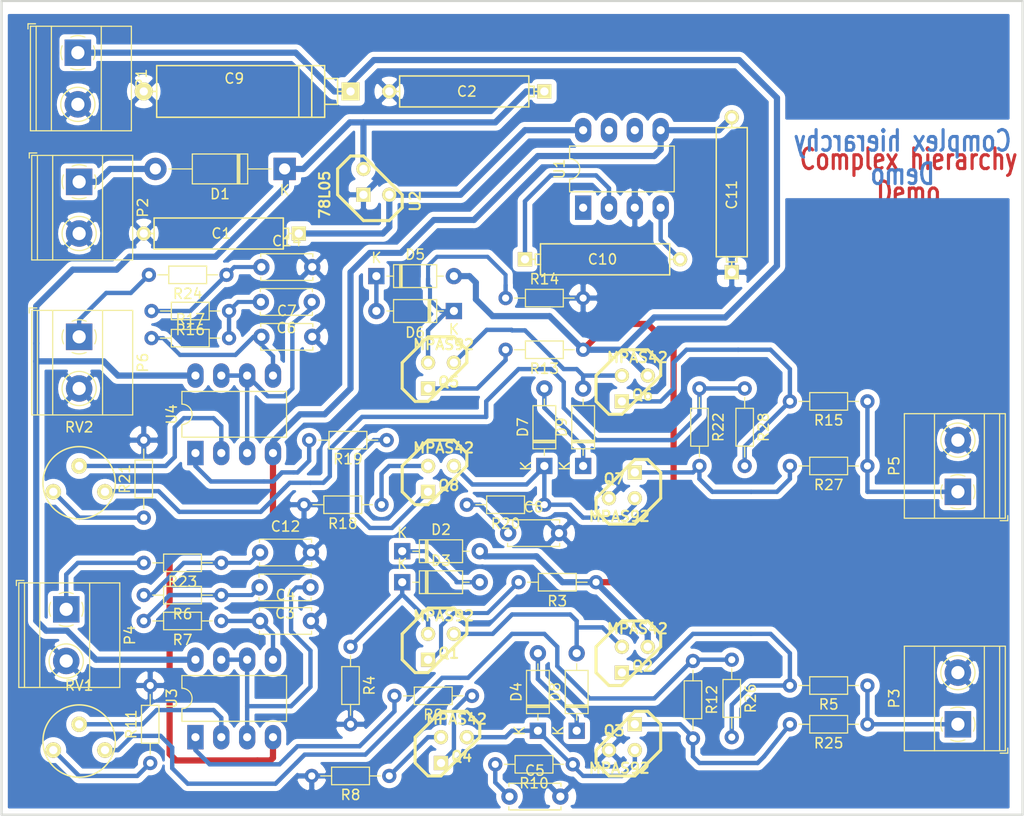
<source format=kicad_pcb>
(kicad_pcb (version 20171130) (host pcbnew "(5.0.0-rc2-151-g11ab8f6dc)")
  (title_block (title Actionneur_piezo) (company "Kicad devs") (comment 1 Demo))
  (layers (0 top_copper power) (31 bottom_copper signal) (34 B.Paste user) (35 F.Paste user) (36 B.SilkS user) (37 F.SilkS user) (38 B.Mask user) (39 F.Mask user) (44 Edge.Cuts user))
  (net 0 "")
  (net 1 -VAA)
  (net 2 /12Vext)
  (net 3 /ampli_ht_horizontal/PIEZO_IN)
  (net 4 /ampli_ht_horizontal/PIEZO_OUT)
  (net 5 /ampli_ht_horizontal/S_OUT+)
  (net 6 /ampli_ht_horizontal/Vpil_0_3,3V)
  (net 7 /ampli_ht_vertical/PIEZO_IN)
  (net 8 /ampli_ht_vertical/PIEZO_OUT)
  (net 9 /ampli_ht_vertical/S_OUT+)
  (net 10 /ampli_ht_vertical/Vpil_0_3,3V)
  (net 11 GND)
  (net 12 HT)
  (net 13 "Net-(C10-Pad1)")
  (net 14 "Net-(C10-Pad2)")
  (net 15 "Net-(C12-Pad1)")
  (net 16 "Net-(C14-Pad1)")
  (net 17 "Net-(C3-Pad2)")
  (net 18 "Net-(C4-Pad1)")
  (net 19 "Net-(C5-Pad1)")
  (net 20 "Net-(C6-Pad2)")
  (net 21 "Net-(C7-Pad1)")
  (net 22 "Net-(C8-Pad1)")
  (net 23 "Net-(D4-Pad1)")
  (net 24 "Net-(D4-Pad2)")
  (net 25 "Net-(D7-Pad1)")
  (net 26 "Net-(D7-Pad2)")
  (net 27 "Net-(Q1-PadE)")
  (net 28 "Net-(Q2-PadE)")
  (net 29 "Net-(Q3-PadE)")
  (net 30 "Net-(Q4-PadB)")
  (net 31 "Net-(Q4-PadE)")
  (net 32 "Net-(Q5-PadE)")
  (net 33 "Net-(Q6-PadE)")
  (net 34 "Net-(Q7-PadE)")
  (net 35 "Net-(Q8-PadB)")
  (net 36 "Net-(Q8-PadE)")
  (net 37 "Net-(R11-Pad1)")
  (net 38 "Net-(R19-Pad2)")
  (net 39 "Net-(R21-Pad1)")
  (net 40 "Net-(R9-Pad2)")
  (net 41 "Net-(RV1-Pad2)")
  (net 42 "Net-(RV2-Pad2)")
  (net 43 VCC)
  (net 44 "Net-(U1-Pad6)")
  (net 45 "Net-(U1-Pad7)")
  (net 46 "Net-(D2-Pad1)")
  (net 47 "Net-(D3-Pad1)")
  (net 48 "Net-(D5-Pad1)")
  (net 49 "Net-(D6-Pad1)")
  (net 50 "Net-(D8-Pad2)")
  (net 51 "Net-(D9-Pad2)")
  (net 52 +12C)
  (module TerminalBlock_Phoenix:TerminalBlock_Phoenix_MKDS-1,5-2-5.08_1x02_P5.08mm_Horizontal (layer top_copper) (at 182.245 100.076 90)
    (fp_text reference P5 (at 2.54 -6.26 90) (layer F.SilkS))
    (fp_text value CONN_2)
    (pad 2 thru_hole circle (at 5.08 0 90) (size 2.6 2.6) (drill 1.3) (layers *.Cu *.Mask) (net 11 GND))
    (pad 1 thru_hole rect (at 0 0 90) (size 2.6 2.6) (drill 1.3) (layers *.Cu *.Mask) (net 4 /ampli_ht_horizontal/PIEZO_OUT))
  )
  (module TerminalBlock_Phoenix:TerminalBlock_Phoenix_MKDS-1,5-2-5.08_1x02_P5.08mm_Horizontal (layer top_copper) (at 95.885 84.836 270)
    (fp_text reference P6 (at 2.54 -6.26 270) (layer F.SilkS))
    (fp_text value CONN_2)
    (pad 1 thru_hole rect (at 0 0 270) (size 2.6 2.6) (drill 1.3) (layers *.Cu *.Mask) (net 3 /ampli_ht_horizontal/PIEZO_IN))
    (pad 2 thru_hole circle (at 5.08 0 270) (size 2.6 2.6) (drill 1.3) (layers *.Cu *.Mask) (net 11 GND))
  )
  (module TerminalBlock_Phoenix:TerminalBlock_Phoenix_MKDS-1,5-2-5.08_1x02_P5.08mm_Horizontal (layer top_copper) (at 182.245 122.936 90)
    (fp_text reference P3 (at 2.54 -6.26 90) (layer F.SilkS))
    (fp_text value CONN_2)
    (pad 2 thru_hole circle (at 5.08 0 90) (size 2.6 2.6) (drill 1.3) (layers *.Cu *.Mask) (net 11 GND))
    (pad 1 thru_hole rect (at 0 0 90) (size 2.6 2.6) (drill 1.3) (layers *.Cu *.Mask) (net 8 /ampli_ht_vertical/PIEZO_OUT))
  )
  (module TerminalBlock_Phoenix:TerminalBlock_Phoenix_MKDS-1,5-2-5.08_1x02_P5.08mm_Horizontal (layer top_copper) (at 94.615 111.633 270)
    (fp_text reference P4 (at 2.54 -6.26 270) (layer F.SilkS))
    (fp_text value CONN_2)
    (pad 1 thru_hole rect (at 0 0 270) (size 2.6 2.6) (drill 1.3) (layers *.Cu *.Mask) (net 7 /ampli_ht_vertical/PIEZO_IN))
    (pad 2 thru_hole circle (at 5.08 0 270) (size 2.6 2.6) (drill 1.3) (layers *.Cu *.Mask) (net 11 GND))
  )
  (module TerminalBlock_Phoenix:TerminalBlock_Phoenix_MKDS-1,5-2-5.08_1x02_P5.08mm_Horizontal (layer top_copper) (at 95.885 69.596 270)
    (fp_text reference P2 (at 2.54 -6.26 270) (layer F.SilkS))
    (fp_text value CONN_2)
    (pad 2 thru_hole circle (at 5.08 0 270) (size 2.6 2.6) (drill 1.3) (layers *.Cu *.Mask) (net 11 GND))
    (pad 1 thru_hole rect (at 0 0 270) (size 2.6 2.6) (drill 1.3) (layers *.Cu *.Mask) (net 2 /12Vext))
  )
  (module TerminalBlock_Phoenix:TerminalBlock_Phoenix_MKDS-1,5-2-5.08_1x02_P5.08mm_Horizontal (layer top_copper) (at 95.758 56.896 270)
    (fp_text reference P1 (at 2.54 -6.26 270) (layer F.SilkS))
    (fp_text value CONN_2)
    (pad 1 thru_hole rect (at 0 0 270) (size 2.6 2.6) (drill 1.3) (layers *.Cu *.Mask) (net 12 HT))
    (pad 2 thru_hole circle (at 5.08 0 270) (size 2.6 2.6) (drill 1.3) (layers *.Cu *.Mask) (net 11 GND))
  )
  (module Diode_THT:D_DO-35_SOD27_P7.62mm_Horizontal (layer top_copper) (at 145.415 97.536 90)
    (fp_text reference D9 (at 3.81 -2.12 90) (layer F.SilkS))
    (fp_text value 1N4148)
    (fp_text user K (at 0 -1.8 90) (layer F.SilkS))
    (pad 2 thru_hole oval (at 7.62 0 90) (size 1.6 1.6) (drill 0.8) (layers *.Cu *.Mask) (net 51 "Net-(D9-Pad2)"))
    (pad 1 thru_hole rect (at 0 0 90) (size 1.6 1.6) (drill 0.8) (layers *.Cu *.Mask) (net 26 "Net-(D7-Pad2)"))
  )
  (module Diode_THT:D_DO-35_SOD27_P7.62mm_Horizontal (layer top_copper) (at 140.97 123.571 90)
    (fp_text reference D4 (at 3.81 -2.12 90) (layer F.SilkS))
    (fp_text value 1N4148)
    (fp_text user K (at 0 -1.8 90) (layer F.SilkS))
    (pad 1 thru_hole rect (at 0 0 90) (size 1.6 1.6) (drill 0.8) (layers *.Cu *.Mask) (net 23 "Net-(D4-Pad1)"))
    (pad 2 thru_hole oval (at 7.62 0 90) (size 1.6 1.6) (drill 0.8) (layers *.Cu *.Mask) (net 24 "Net-(D4-Pad2)"))
  )
  (module Diode_THT:D_DO-35_SOD27_P7.62mm_Horizontal (layer top_copper) (at 132.715 82.296 180)
    (fp_text reference D6 (at 3.81 -2.12 180) (layer F.SilkS))
    (fp_text value 1N4148)
    (fp_text user K (at 0 -1.8 180) (layer F.SilkS))
    (pad 2 thru_hole oval (at 7.62 0 180) (size 1.6 1.6) (drill 0.8) (layers *.Cu *.Mask) (net 48 "Net-(D5-Pad1)"))
    (pad 1 thru_hole rect (at 0 0 180) (size 1.6 1.6) (drill 0.8) (layers *.Cu *.Mask) (net 49 "Net-(D6-Pad1)"))
  )
  (module Diode_THT:D_DO-35_SOD27_P7.62mm_Horizontal (layer top_copper) (at 141.605 97.536 90)
    (fp_text reference D7 (at 3.81 -2.12 90) (layer F.SilkS))
    (fp_text value 1N4148)
    (fp_text user K (at 0 -1.8 90) (layer F.SilkS))
    (pad 1 thru_hole rect (at 0 0 90) (size 1.6 1.6) (drill 0.8) (layers *.Cu *.Mask) (net 25 "Net-(D7-Pad1)"))
    (pad 2 thru_hole oval (at 7.62 0 90) (size 1.6 1.6) (drill 0.8) (layers *.Cu *.Mask) (net 26 "Net-(D7-Pad2)"))
  )
  (module Diode_THT:D_DO-35_SOD27_P7.62mm_Horizontal (layer top_copper) (at 127.635 108.966)
    (fp_text reference D3 (at 3.81 -2.12) (layer F.SilkS))
    (fp_text value 1N4148)
    (fp_text user K (at 0 -1.8) (layer F.SilkS))
    (pad 2 thru_hole oval (at 7.62 0) (size 1.6 1.6) (drill 0.8) (layers *.Cu *.Mask) (net 46 "Net-(D2-Pad1)"))
    (pad 1 thru_hole rect (at 0 0) (size 1.6 1.6) (drill 0.8) (layers *.Cu *.Mask) (net 47 "Net-(D3-Pad1)"))
  )
  (module Diode_THT:D_DO-35_SOD27_P7.62mm_Horizontal (layer top_copper) (at 127.635 105.918)
    (fp_text reference D2 (at 3.81 -2.12) (layer F.SilkS))
    (fp_text value 1N4148)
    (fp_text user K (at 0 -1.8) (layer F.SilkS))
    (pad 1 thru_hole rect (at 0 0) (size 1.6 1.6) (drill 0.8) (layers *.Cu *.Mask) (net 46 "Net-(D2-Pad1)"))
    (pad 2 thru_hole oval (at 7.62 0) (size 1.6 1.6) (drill 0.8) (layers *.Cu *.Mask) (net 12 HT))
  )
  (module Diode_THT:D_DO-35_SOD27_P7.62mm_Horizontal (layer top_copper) (at 144.78 123.571 90)
    (fp_text reference D8 (at 3.81 -2.12 90) (layer F.SilkS))
    (fp_text value 1N4148)
    (fp_text user K (at 0 -1.8 90) (layer F.SilkS))
    (pad 2 thru_hole oval (at 7.62 0 90) (size 1.6 1.6) (drill 0.8) (layers *.Cu *.Mask) (net 50 "Net-(D8-Pad2)"))
    (pad 1 thru_hole rect (at 0 0 90) (size 1.6 1.6) (drill 0.8) (layers *.Cu *.Mask) (net 24 "Net-(D4-Pad2)"))
  )
  (module Diode_THT:D_DO-35_SOD27_P7.62mm_Horizontal (layer top_copper) (at 125.095 78.867)
    (fp_text reference D5 (at 3.81 -2.12) (layer F.SilkS))
    (fp_text value 1N4148)
    (fp_text user K (at 0 -1.8) (layer F.SilkS))
    (pad 1 thru_hole rect (at 0 0) (size 1.6 1.6) (drill 0.8) (layers *.Cu *.Mask) (net 48 "Net-(D5-Pad1)"))
    (pad 2 thru_hole oval (at 7.62 0) (size 1.6 1.6) (drill 0.8) (layers *.Cu *.Mask) (net 12 HT))
  )
  (module Diode_THT:D_DO-41_SOD81_P12.70mm_Horizontal (layer top_copper) (at 116.078 68.326 180)
    (fp_text reference D1 (at 6.35 -2.47 180) (layer F.SilkS))
    (fp_text value 1N4007)
    (fp_text user K (at 0 -2.1 180) (layer F.SilkS))
    (pad 1 thru_hole rect (at 0 0 180) (size 2.2 2.2) (drill 1.1) (layers *.Cu *.Mask) (net 52 +12C))
    (pad 2 thru_hole oval (at 12.7 0 180) (size 2.2 2.2) (drill 1.1) (layers *.Cu *.Mask) (net 2 /12Vext))
  )
  (module Capacitor_THT:C_Disc_D5.0mm_W2.5mm_P5.00mm (layer top_copper) (at 118.618 109.474 180)
    (fp_text reference C3 (at 2.5 -2.56 180) (layer F.SilkS))
    (fp_text value 15nF)
    (pad 2 thru_hole circle (at 5 0 180) (size 1.6 1.6) (drill 0.8) (layers *.Cu *.Mask) (net 17 "Net-(C3-Pad2)"))
    (pad 1 thru_hole circle (at 0 0 180) (size 1.6 1.6) (drill 0.8) (layers *.Cu *.Mask) (net 10 /ampli_ht_vertical/Vpil_0_3,3V))
  )
  (module Capacitor_THT:C_Disc_D5.0mm_W2.5mm_P5.00mm (layer top_copper) (at 113.665 112.776)
    (fp_text reference C4 (at 2.5 -2.56) (layer F.SilkS))
    (fp_text value 4.7nF)
    (pad 1 thru_hole circle (at 0 0) (size 1.6 1.6) (drill 0.8) (layers *.Cu *.Mask) (net 18 "Net-(C4-Pad1)"))
    (pad 2 thru_hole circle (at 5 0) (size 1.6 1.6) (drill 0.8) (layers *.Cu *.Mask) (net 11 GND))
  )
  (module Capacitor_THT:C_Disc_D5.0mm_W2.5mm_P5.00mm (layer top_copper) (at 113.792 77.978)
    (fp_text reference C14 (at 2.5 -2.56) (layer F.SilkS))
    (fp_text value 150nF)
    (pad 2 thru_hole circle (at 5 0) (size 1.6 1.6) (drill 0.8) (layers *.Cu *.Mask) (net 11 GND))
    (pad 1 thru_hole circle (at 0 0) (size 1.6 1.6) (drill 0.8) (layers *.Cu *.Mask) (net 16 "Net-(C14-Pad1)"))
  )
  (module Capacitor_THT:C_Disc_D5.0mm_W2.5mm_P5.00mm (layer top_copper) (at 113.665 106.045)
    (fp_text reference C12 (at 2.5 -2.56) (layer F.SilkS))
    (fp_text value 150nF)
    (pad 1 thru_hole circle (at 0 0) (size 1.6 1.6) (drill 0.8) (layers *.Cu *.Mask) (net 15 "Net-(C12-Pad1)"))
    (pad 2 thru_hole circle (at 5 0) (size 1.6 1.6) (drill 0.8) (layers *.Cu *.Mask) (net 11 GND))
  )
  (module Capacitor_THT:C_Disc_D5.0mm_W2.5mm_P5.00mm (layer top_copper) (at 138.176 130.048)
    (fp_text reference C5 (at 2.5 -2.56) (layer F.SilkS))
    (fp_text value 820pF)
    (pad 2 thru_hole circle (at 5 0) (size 1.6 1.6) (drill 0.8) (layers *.Cu *.Mask) (net 11 GND))
    (pad 1 thru_hole circle (at 0 0) (size 1.6 1.6) (drill 0.8) (layers *.Cu *.Mask) (net 19 "Net-(C5-Pad1)"))
  )
  (module Capacitor_THT:C_Disc_D5.0mm_W2.5mm_P5.00mm (layer top_copper) (at 118.745 81.407 180)
    (fp_text reference C6 (at 2.5 -2.56 180) (layer F.SilkS))
    (fp_text value 15nF)
    (pad 1 thru_hole circle (at 0 0 180) (size 1.6 1.6) (drill 0.8) (layers *.Cu *.Mask) (net 6 /ampli_ht_horizontal/Vpil_0_3,3V))
    (pad 2 thru_hole circle (at 5 0 180) (size 1.6 1.6) (drill 0.8) (layers *.Cu *.Mask) (net 20 "Net-(C6-Pad2)"))
  )
  (module Capacitor_THT:C_Disc_D5.0mm_W2.5mm_P5.00mm (layer top_copper) (at 113.792 84.836)
    (fp_text reference C7 (at 2.5 -2.56) (layer F.SilkS))
    (fp_text value 4.7nF)
    (pad 2 thru_hole circle (at 5 0) (size 1.6 1.6) (drill 0.8) (layers *.Cu *.Mask) (net 11 GND))
    (pad 1 thru_hole circle (at 0 0) (size 1.6 1.6) (drill 0.8) (layers *.Cu *.Mask) (net 21 "Net-(C7-Pad1)"))
  )
  (module Capacitor_THT:C_Disc_D5.0mm_W2.5mm_P5.00mm (layer top_copper) (at 138.049 104.14)
    (fp_text reference C8 (at 2.5 -2.56) (layer F.SilkS))
    (fp_text value 820pF)
    (pad 1 thru_hole circle (at 0 0) (size 1.6 1.6) (drill 0.8) (layers *.Cu *.Mask) (net 22 "Net-(C8-Pad1)"))
    (pad 2 thru_hole circle (at 5 0) (size 1.6 1.6) (drill 0.8) (layers *.Cu *.Mask) (net 11 GND))
  )
  (module Package_DIP:DIP-8_W7.62mm_LongPads (layer top_copper) (at 107.315 124.206 90)
    (fp_text reference U3 (at 3.81 -2.33 90) (layer F.SilkS))
    (fp_text value LM358N)
    (pad 1 thru_hole rect (at 0 0 90) (size 2.4 1.6) (drill 0.8) (layers *.Cu *.Mask) (net 40 "Net-(R9-Pad2)"))
    (pad 5 thru_hole oval (at 7.62 7.62 90) (size 2.4 1.6) (drill 0.8) (layers *.Cu *.Mask) (net 18 "Net-(C4-Pad1)"))
    (pad 2 thru_hole oval (at 0 2.54 90) (size 2.4 1.6) (drill 0.8) (layers *.Cu *.Mask) (net 41 "Net-(RV1-Pad2)"))
    (pad 6 thru_hole oval (at 7.62 5.08 90) (size 2.4 1.6) (drill 0.8) (layers *.Cu *.Mask) (net 10 /ampli_ht_vertical/Vpil_0_3,3V))
    (pad 3 thru_hole oval (at 0 5.08 90) (size 2.4 1.6) (drill 0.8) (layers *.Cu *.Mask) (net 10 /ampli_ht_vertical/Vpil_0_3,3V))
    (pad 7 thru_hole oval (at 7.62 2.54 90) (size 2.4 1.6) (drill 0.8) (layers *.Cu *.Mask) (net 10 /ampli_ht_vertical/Vpil_0_3,3V))
    (pad 4 thru_hole oval (at 0 7.62 90) (size 2.4 1.6) (drill 0.8) (layers *.Cu *.Mask) (net 1 -VAA))
    (pad 8 thru_hole oval (at 7.62 0 90) (size 2.4 1.6) (drill 0.8) (layers *.Cu *.Mask) (net 52 +12C))
  )
  (module Package_DIP:DIP-8_W7.62mm_LongPads (layer top_copper) (at 145.415 72.136 90)
    (fp_text reference U1 (at 3.81 -2.33 90) (layer F.SilkS))
    (fp_text value ICL7660)
    (pad 8 thru_hole oval (at 7.62 0 90) (size 2.4 1.6) (drill 0.8) (layers *.Cu *.Mask) (net 43 VCC))
    (pad 4 thru_hole oval (at 0 7.62 90) (size 2.4 1.6) (drill 0.8) (layers *.Cu *.Mask) (net 14 "Net-(C10-Pad2)"))
    (pad 7 thru_hole oval (at 7.62 2.54 90) (size 2.4 1.6) (drill 0.8) (layers *.Cu *.Mask) (net 45 "Net-(U1-Pad7)"))
    (pad 3 thru_hole oval (at 0 5.08 90) (size 2.4 1.6) (drill 0.8) (layers *.Cu *.Mask) (net 11 GND))
    (pad 6 thru_hole oval (at 7.62 5.08 90) (size 2.4 1.6) (drill 0.8) (layers *.Cu *.Mask) (net 44 "Net-(U1-Pad6)"))
    (pad 2 thru_hole oval (at 0 2.54 90) (size 2.4 1.6) (drill 0.8) (layers *.Cu *.Mask) (net 13 "Net-(C10-Pad1)"))
    (pad 5 thru_hole oval (at 7.62 7.62 90) (size 2.4 1.6) (drill 0.8) (layers *.Cu *.Mask) (net 1 -VAA))
    (pad 1 thru_hole rect (at 0 0 90) (size 2.4 1.6) (drill 0.8) (layers *.Cu *.Mask))
  )
  (module Package_DIP:DIP-8_W7.62mm_LongPads (layer top_copper) (at 107.315 96.266 90)
    (fp_text reference U4 (at 3.81 -2.33 90) (layer F.SilkS))
    (fp_text value LM358N)
    (pad 1 thru_hole rect (at 0 0 90) (size 2.4 1.6) (drill 0.8) (layers *.Cu *.Mask) (net 38 "Net-(R19-Pad2)"))
    (pad 5 thru_hole oval (at 7.62 7.62 90) (size 2.4 1.6) (drill 0.8) (layers *.Cu *.Mask) (net 21 "Net-(C7-Pad1)"))
    (pad 2 thru_hole oval (at 0 2.54 90) (size 2.4 1.6) (drill 0.8) (layers *.Cu *.Mask) (net 42 "Net-(RV2-Pad2)"))
    (pad 6 thru_hole oval (at 7.62 5.08 90) (size 2.4 1.6) (drill 0.8) (layers *.Cu *.Mask) (net 6 /ampli_ht_horizontal/Vpil_0_3,3V))
    (pad 3 thru_hole oval (at 0 5.08 90) (size 2.4 1.6) (drill 0.8) (layers *.Cu *.Mask) (net 6 /ampli_ht_horizontal/Vpil_0_3,3V))
    (pad 7 thru_hole oval (at 7.62 2.54 90) (size 2.4 1.6) (drill 0.8) (layers *.Cu *.Mask) (net 6 /ampli_ht_horizontal/Vpil_0_3,3V))
    (pad 4 thru_hole oval (at 0 7.62 90) (size 2.4 1.6) (drill 0.8) (layers *.Cu *.Mask) (net 1 -VAA))
    (pad 8 thru_hole oval (at 7.62 0 90) (size 2.4 1.6) (drill 0.8) (layers *.Cu *.Mask) (net 52 +12C))
  )
  (module Resistor_THT:R_Axial_DIN0204_L3.6mm_D1.6mm_P7.62mm_Horizontal (layer top_copper) (at 141.605 101.346 180)
    (fp_text reference R20 (at 3.81 -1.86 180) (layer F.SilkS))
    (fp_text value 5,6K)
    (pad 2 thru_hole oval (at 7.62 0 180) (size 1.4 1.4) (drill 0.7) (layers *.Cu *.Mask) (net 22 "Net-(C8-Pad1)"))
    (pad 1 thru_hole circle (at 0 0 180) (size 1.4 1.4) (drill 0.7) (layers *.Cu *.Mask) (net 25 "Net-(D7-Pad1)"))
  )
  (module Resistor_THT:R_Axial_DIN0204_L3.6mm_D1.6mm_P7.62mm_Horizontal (layer top_copper) (at 156.845 89.916 270)
    (fp_text reference R22 (at 3.81 -1.86 270) (layer F.SilkS))
    (fp_text value 220K)
    (pad 1 thru_hole circle (at 0 0 270) (size 1.4 1.4) (drill 0.7) (layers *.Cu *.Mask) (net 5 /ampli_ht_horizontal/S_OUT+))
    (pad 2 thru_hole oval (at 7.62 0 270) (size 1.4 1.4) (drill 0.7) (layers *.Cu *.Mask) (net 34 "Net-(Q7-PadE)"))
  )
  (module Resistor_THT:R_Axial_DIN0204_L3.6mm_D1.6mm_P7.62mm_Horizontal (layer top_copper) (at 109.855 107.061 180)
    (fp_text reference R23 (at 3.81 -1.86 180) (layer F.SilkS))
    (fp_text value 1K)
    (pad 2 thru_hole oval (at 7.62 0 180) (size 1.4 1.4) (drill 0.7) (layers *.Cu *.Mask) (net 7 /ampli_ht_vertical/PIEZO_IN))
    (pad 1 thru_hole circle (at 0 0 180) (size 1.4 1.4) (drill 0.7) (layers *.Cu *.Mask) (net 15 "Net-(C12-Pad1)"))
  )
  (module Resistor_THT:R_Axial_DIN0204_L3.6mm_D1.6mm_P7.62mm_Horizontal (layer top_copper) (at 110.363 78.74 180)
    (fp_text reference R24 (at 3.81 -1.86 180) (layer F.SilkS))
    (fp_text value 1K)
    (pad 1 thru_hole circle (at 0 0 180) (size 1.4 1.4) (drill 0.7) (layers *.Cu *.Mask) (net 16 "Net-(C14-Pad1)"))
    (pad 2 thru_hole oval (at 7.62 0 180) (size 1.4 1.4) (drill 0.7) (layers *.Cu *.Mask) (net 3 /ampli_ht_horizontal/PIEZO_IN))
  )
  (module Resistor_THT:R_Axial_DIN0204_L3.6mm_D1.6mm_P7.62mm_Horizontal (layer top_copper) (at 173.355 122.936 180)
    (fp_text reference R25 (at 3.81 -1.86 180) (layer F.SilkS))
    (fp_text value 47)
    (pad 2 thru_hole oval (at 7.62 0 180) (size 1.4 1.4) (drill 0.7) (layers *.Cu *.Mask) (net 29 "Net-(Q3-PadE)"))
    (pad 1 thru_hole circle (at 0 0 180) (size 1.4 1.4) (drill 0.7) (layers *.Cu *.Mask) (net 8 /ampli_ht_vertical/PIEZO_OUT))
  )
  (module Resistor_THT:R_Axial_DIN0204_L3.6mm_D1.6mm_P7.62mm_Horizontal (layer top_copper) (at 160.02 116.586 270)
    (fp_text reference R26 (at 3.81 -1.86 270) (layer F.SilkS))
    (fp_text value 220K)
    (pad 1 thru_hole circle (at 0 0 270) (size 1.4 1.4) (drill 0.7) (layers *.Cu *.Mask) (net 9 /ampli_ht_vertical/S_OUT+))
    (pad 2 thru_hole oval (at 7.62 0 270) (size 1.4 1.4) (drill 0.7) (layers *.Cu *.Mask) (net 28 "Net-(Q2-PadE)"))
  )
  (module Resistor_THT:R_Axial_DIN0204_L3.6mm_D1.6mm_P7.62mm_Horizontal (layer top_copper) (at 173.355 97.536 180)
    (fp_text reference R27 (at 3.81 -1.86 180) (layer F.SilkS))
    (fp_text value 47)
    (pad 2 thru_hole oval (at 7.62 0 180) (size 1.4 1.4) (drill 0.7) (layers *.Cu *.Mask) (net 34 "Net-(Q7-PadE)"))
    (pad 1 thru_hole circle (at 0 0 180) (size 1.4 1.4) (drill 0.7) (layers *.Cu *.Mask) (net 4 /ampli_ht_horizontal/PIEZO_OUT))
  )
  (module Resistor_THT:R_Axial_DIN0204_L3.6mm_D1.6mm_P7.62mm_Horizontal (layer top_copper) (at 161.29 89.916 270)
    (fp_text reference R28 (at 3.81 -1.86 270) (layer F.SilkS))
    (fp_text value 220K)
    (pad 1 thru_hole circle (at 0 0 270) (size 1.4 1.4) (drill 0.7) (layers *.Cu *.Mask) (net 5 /ampli_ht_horizontal/S_OUT+))
    (pad 2 thru_hole oval (at 7.62 0 270) (size 1.4 1.4) (drill 0.7) (layers *.Cu *.Mask) (net 33 "Net-(Q6-PadE)"))
  )
  (module Resistor_THT:R_Axial_DIN0204_L3.6mm_D1.6mm_P7.62mm_Horizontal (layer top_copper) (at 173.355 119.126 180)
    (fp_text reference R5 (at 3.81 -1.86 180) (layer F.SilkS))
    (fp_text value 47)
    (pad 2 thru_hole oval (at 7.62 0 180) (size 1.4 1.4) (drill 0.7) (layers *.Cu *.Mask) (net 28 "Net-(Q2-PadE)"))
    (pad 1 thru_hole circle (at 0 0 180) (size 1.4 1.4) (drill 0.7) (layers *.Cu *.Mask) (net 8 /ampli_ht_vertical/PIEZO_OUT))
  )
  (module Resistor_THT:R_Axial_DIN0204_L3.6mm_D1.6mm_P7.62mm_Horizontal (layer top_copper) (at 122.555 115.316 270)
    (fp_text reference R4 (at 3.81 -1.86 270) (layer F.SilkS))
    (fp_text value 220K)
    (pad 1 thru_hole circle (at 0 0 270) (size 1.4 1.4) (drill 0.7) (layers *.Cu *.Mask) (net 47 "Net-(D3-Pad1)"))
    (pad 2 thru_hole oval (at 7.62 0 270) (size 1.4 1.4) (drill 0.7) (layers *.Cu *.Mask) (net 11 GND))
  )
  (module Resistor_THT:R_Axial_DIN0204_L3.6mm_D1.6mm_P7.62mm_Horizontal (layer top_copper) (at 146.685 108.966 180)
    (fp_text reference R3 (at 3.81 -1.86 180) (layer F.SilkS))
    (fp_text value 470)
    (pad 2 thru_hole oval (at 7.62 0 180) (size 1.4 1.4) (drill 0.7) (layers *.Cu *.Mask) (net 27 "Net-(Q1-PadE)"))
    (pad 1 thru_hole circle (at 0 0 180) (size 1.4 1.4) (drill 0.7) (layers *.Cu *.Mask) (net 12 HT))
  )
  (module Resistor_THT:R_Axial_DIN0204_L3.6mm_D1.6mm_P7.62mm_Horizontal (layer top_copper) (at 102.235 102.616 90)
    (fp_text reference R21 (at 3.81 -1.86 90) (layer F.SilkS))
    (fp_text value 4,7K)
    (pad 1 thru_hole circle (at 0 0 90) (size 1.4 1.4) (drill 0.7) (layers *.Cu *.Mask) (net 39 "Net-(R21-Pad1)"))
    (pad 2 thru_hole oval (at 7.62 0 90) (size 1.4 1.4) (drill 0.7) (layers *.Cu *.Mask) (net 11 GND))
  )
  (module Resistor_THT:R_Axial_DIN0204_L3.6mm_D1.6mm_P7.62mm_Horizontal (layer top_copper) (at 102.997 84.963)
    (fp_text reference R17 (at 3.81 -1.86) (layer F.SilkS))
    (fp_text value 22K)
    (pad 2 thru_hole oval (at 7.62 0) (size 1.4 1.4) (drill 0.7) (layers *.Cu *.Mask) (net 20 "Net-(C6-Pad2)"))
    (pad 1 thru_hole circle (at 0 0) (size 1.4 1.4) (drill 0.7) (layers *.Cu *.Mask) (net 21 "Net-(C7-Pad1)"))
  )
  (module Resistor_THT:R_Axial_DIN0204_L3.6mm_D1.6mm_P7.62mm_Horizontal (layer top_copper) (at 109.855 112.776 180)
    (fp_text reference R7 (at 3.81 -1.86 180) (layer F.SilkS))
    (fp_text value 22K)
    (pad 1 thru_hole circle (at 0 0 180) (size 1.4 1.4) (drill 0.7) (layers *.Cu *.Mask) (net 18 "Net-(C4-Pad1)"))
    (pad 2 thru_hole oval (at 7.62 0 180) (size 1.4 1.4) (drill 0.7) (layers *.Cu *.Mask) (net 17 "Net-(C3-Pad2)"))
  )
  (module Resistor_THT:R_Axial_DIN0204_L3.6mm_D1.6mm_P7.62mm_Horizontal (layer top_copper) (at 126.365 128.016 180)
    (fp_text reference R8 (at 3.81 -1.86 180) (layer F.SilkS))
    (fp_text value 1K)
    (pad 2 thru_hole oval (at 7.62 0 180) (size 1.4 1.4) (drill 0.7) (layers *.Cu *.Mask) (net 11 GND))
    (pad 1 thru_hole circle (at 0 0 180) (size 1.4 1.4) (drill 0.7) (layers *.Cu *.Mask) (net 30 "Net-(Q4-PadB)"))
  )
  (module Resistor_THT:R_Axial_DIN0204_L3.6mm_D1.6mm_P7.62mm_Horizontal (layer top_copper) (at 134.493 120.142 180)
    (fp_text reference R9 (at 3.81 -1.86 180) (layer F.SilkS))
    (fp_text value 1K)
    (pad 1 thru_hole circle (at 0 0 180) (size 1.4 1.4) (drill 0.7) (layers *.Cu *.Mask) (net 31 "Net-(Q4-PadE)"))
    (pad 2 thru_hole oval (at 7.62 0 180) (size 1.4 1.4) (drill 0.7) (layers *.Cu *.Mask) (net 40 "Net-(R9-Pad2)"))
  )
  (module Resistor_THT:R_Axial_DIN0204_L3.6mm_D1.6mm_P7.62mm_Horizontal (layer top_copper) (at 144.399 126.873 180)
    (fp_text reference R10 (at 3.81 -1.86 180) (layer F.SilkS))
    (fp_text value 5,6K)
    (pad 2 thru_hole oval (at 7.62 0 180) (size 1.4 1.4) (drill 0.7) (layers *.Cu *.Mask) (net 19 "Net-(C5-Pad1)"))
    (pad 1 thru_hole circle (at 0 0 180) (size 1.4 1.4) (drill 0.7) (layers *.Cu *.Mask) (net 23 "Net-(D4-Pad1)"))
  )
  (module Resistor_THT:R_Axial_DIN0204_L3.6mm_D1.6mm_P7.62mm_Horizontal (layer top_copper) (at 102.87 126.746 90)
    (fp_text reference R11 (at 3.81 -1.86 90) (layer F.SilkS))
    (fp_text value 4,7K)
    (pad 1 thru_hole circle (at 0 0 90) (size 1.4 1.4) (drill 0.7) (layers *.Cu *.Mask) (net 37 "Net-(R11-Pad1)"))
    (pad 2 thru_hole oval (at 7.62 0 90) (size 1.4 1.4) (drill 0.7) (layers *.Cu *.Mask) (net 11 GND))
  )
  (module Resistor_THT:R_Axial_DIN0204_L3.6mm_D1.6mm_P7.62mm_Horizontal (layer top_copper) (at 156.21 116.713 270)
    (fp_text reference R12 (at 3.81 -1.86 270) (layer F.SilkS))
    (fp_text value 220K)
    (pad 2 thru_hole oval (at 7.62 0 270) (size 1.4 1.4) (drill 0.7) (layers *.Cu *.Mask) (net 29 "Net-(Q3-PadE)"))
    (pad 1 thru_hole circle (at 0 0 270) (size 1.4 1.4) (drill 0.7) (layers *.Cu *.Mask) (net 9 /ampli_ht_vertical/S_OUT+))
  )
  (module Resistor_THT:R_Axial_DIN0204_L3.6mm_D1.6mm_P7.62mm_Horizontal (layer top_copper) (at 145.415 86.106 180)
    (fp_text reference R13 (at 3.81 -1.86 180) (layer F.SilkS))
    (fp_text value 470)
    (pad 1 thru_hole circle (at 0 0 180) (size 1.4 1.4) (drill 0.7) (layers *.Cu *.Mask) (net 12 HT))
    (pad 2 thru_hole oval (at 7.62 0 180) (size 1.4 1.4) (drill 0.7) (layers *.Cu *.Mask) (net 32 "Net-(Q5-PadE)"))
  )
  (module Resistor_THT:R_Axial_DIN0204_L3.6mm_D1.6mm_P7.62mm_Horizontal (layer top_copper) (at 137.795 81.026)
    (fp_text reference R14 (at 3.81 -1.86) (layer F.SilkS))
    (fp_text value 220K)
    (pad 2 thru_hole oval (at 7.62 0) (size 1.4 1.4) (drill 0.7) (layers *.Cu *.Mask) (net 11 GND))
    (pad 1 thru_hole circle (at 0 0) (size 1.4 1.4) (drill 0.7) (layers *.Cu *.Mask) (net 49 "Net-(D6-Pad1)"))
  )
  (module Resistor_THT:R_Axial_DIN0204_L3.6mm_D1.6mm_P7.62mm_Horizontal (layer top_copper) (at 173.355 91.186 180)
    (fp_text reference R15 (at 3.81 -1.86 180) (layer F.SilkS))
    (fp_text value 47)
    (pad 1 thru_hole circle (at 0 0 180) (size 1.4 1.4) (drill 0.7) (layers *.Cu *.Mask) (net 4 /ampli_ht_horizontal/PIEZO_OUT))
    (pad 2 thru_hole oval (at 7.62 0 180) (size 1.4 1.4) (drill 0.7) (layers *.Cu *.Mask) (net 33 "Net-(Q6-PadE)"))
  )
  (module Resistor_THT:R_Axial_DIN0204_L3.6mm_D1.6mm_P7.62mm_Horizontal (layer top_copper) (at 110.617 82.296 180)
    (fp_text reference R16 (at 3.81 -1.86 180) (layer F.SilkS))
    (fp_text value 22K)
    (pad 2 thru_hole oval (at 7.62 0 180) (size 1.4 1.4) (drill 0.7) (layers *.Cu *.Mask) (net 16 "Net-(C14-Pad1)"))
    (pad 1 thru_hole circle (at 0 0 180) (size 1.4 1.4) (drill 0.7) (layers *.Cu *.Mask) (net 20 "Net-(C6-Pad2)"))
  )
  (module Resistor_THT:R_Axial_DIN0204_L3.6mm_D1.6mm_P7.62mm_Horizontal (layer top_copper) (at 125.603 101.346 180)
    (fp_text reference R18 (at 3.81 -1.86 180) (layer F.SilkS))
    (fp_text value 1K)
    (pad 1 thru_hole circle (at 0 0 180) (size 1.4 1.4) (drill 0.7) (layers *.Cu *.Mask) (net 35 "Net-(Q8-PadB)"))
    (pad 2 thru_hole oval (at 7.62 0 180) (size 1.4 1.4) (drill 0.7) (layers *.Cu *.Mask) (net 11 GND))
  )
  (module Resistor_THT:R_Axial_DIN0204_L3.6mm_D1.6mm_P7.62mm_Horizontal (layer top_copper) (at 109.855 110.236 180)
    (fp_text reference R6 (at 3.81 -1.86 180) (layer F.SilkS))
    (fp_text value 22K)
    (pad 2 thru_hole oval (at 7.62 0 180) (size 1.4 1.4) (drill 0.7) (layers *.Cu *.Mask) (net 15 "Net-(C12-Pad1)"))
    (pad 1 thru_hole circle (at 0 0 180) (size 1.4 1.4) (drill 0.7) (layers *.Cu *.Mask) (net 17 "Net-(C3-Pad2)"))
  )
  (module Resistor_THT:R_Axial_DIN0204_L3.6mm_D1.6mm_P7.62mm_Horizontal (layer top_copper) (at 126.111 94.996 180)
    (fp_text reference R19 (at 3.81 -1.86 180) (layer F.SilkS))
    (fp_text value 1K)
    (pad 1 thru_hole circle (at 0 0 180) (size 1.4 1.4) (drill 0.7) (layers *.Cu *.Mask) (net 36 "Net-(Q8-PadE)"))
    (pad 2 thru_hole oval (at 7.62 0 180) (size 1.4 1.4) (drill 0.7) (layers *.Cu *.Mask) (net 38 "Net-(R19-Pad2)"))
  )
  (module Discret:CP6 (layer top_copper) (at 109.855 74.676 180)
    (fp_text reference C1 (at 0 0 180) (layer F.SilkS))
    (fp_text value 47uF)
    (pad 1 thru_hole rect (at -7.62 0 180) (size 1.397 1.397) (drill 0.8128) (layers *.Cu *.Mask F.SilkS) (net 43 VCC))
    (pad 2 thru_hole circle (at 7.62 0 180) (size 1.397 1.397) (drill 0.8128) (layers *.Cu *.Mask F.SilkS) (net 11 GND))
  )
  (module Discret:CP6 (layer top_copper) (at 133.985 60.706 180)
    (fp_text reference C2 (at 0 0 180) (layer F.SilkS))
    (fp_text value 47uF/20V)
    (pad 1 thru_hole rect (at -7.62 0 180) (size 1.397 1.397) (drill 0.8128) (layers *.Cu *.Mask F.SilkS) (net 52 +12C))
    (pad 2 thru_hole circle (at 7.62 0 180) (size 1.397 1.397) (drill 0.8128) (layers *.Cu *.Mask F.SilkS) (net 11 GND))
  )
  (module Discret:CP8 (layer top_copper) (at 112.395 60.706 180)
    (fp_text reference C9 (at 1.27 1.27 180) (layer F.SilkS))
    (fp_text value 47uF/63V)
    (pad 1 thru_hole rect (at -10.16 0 180) (size 1.778 1.778) (drill 0.8128) (layers *.Cu *.Mask F.SilkS) (net 12 HT))
    (pad 2 thru_hole circle (at 10.16 0 180) (size 1.778 1.778) (drill 0.8128) (layers *.Cu *.Mask F.SilkS) (net 11 GND))
  )
  (module Discret:CP6 (layer top_copper) (at 147.32 77.216)
    (fp_text reference C10 (at 0 0) (layer F.SilkS))
    (fp_text value 10uF)
    (pad 1 thru_hole rect (at -7.62 0) (size 1.397 1.397) (drill 0.8128) (layers *.Cu *.Mask F.SilkS) (net 13 "Net-(C10-Pad1)"))
    (pad 2 thru_hole circle (at 7.62 0) (size 1.397 1.397) (drill 0.8128) (layers *.Cu *.Mask F.SilkS) (net 14 "Net-(C10-Pad2)"))
  )
  (module Discret:CP6 (layer top_copper) (at 160.02 70.866 90)
    (fp_text reference C11 (at 0 0 90) (layer F.SilkS))
    (fp_text value 10uF)
    (pad 1 thru_hole rect (at -7.62 0 90) (size 1.397 1.397) (drill 0.8128) (layers *.Cu *.Mask F.SilkS) (net 11 GND))
    (pad 2 thru_hole circle (at 7.62 0 90) (size 1.397 1.397) (drill 0.8128) (layers *.Cu *.Mask F.SilkS) (net 1 -VAA))
  )
  (module Discret:TO92-CBE (layer top_copper) (at 131.445 115.316)
    (fp_text reference Q1 (at 0.762 0.635) (layer F.SilkS) (effects (font (size 1.016 1.016) (thickness 0.2032))))
    (fp_text value MPAS92 (at 0.254 -3.048) (layer F.SilkS) (effects (font (size 1.016 1.016) (thickness 0.2032))))
    (pad E thru_hole rect (at -1.27 1.27) (size 1.397 1.397) (drill 0.8128) (layers *.Cu *.Mask F.SilkS) (net 27 "Net-(Q1-PadE)"))
    (pad B thru_hole circle (at -1.27 -1.27) (size 1.397 1.397) (drill 0.8128) (layers *.Cu *.Mask F.SilkS) (net 47 "Net-(D3-Pad1)"))
    (pad C thru_hole circle (at 1.27 -1.27) (size 1.397 1.397) (drill 0.8128) (layers *.Cu *.Mask F.SilkS) (net 50 "Net-(D8-Pad2)"))
  )
  (module Discret:TO92-CBE (layer top_copper) (at 150.495 116.586)
    (fp_text reference Q2 (at 0.762 0.635) (layer F.SilkS) (effects (font (size 1.016 1.016) (thickness 0.2032))))
    (fp_text value MPAS42 (at 0.254 -3.048) (layer F.SilkS) (effects (font (size 1.016 1.016) (thickness 0.2032))))
    (pad E thru_hole rect (at -1.27 1.27) (size 1.397 1.397) (drill 0.8128) (layers *.Cu *.Mask F.SilkS) (net 28 "Net-(Q2-PadE)"))
    (pad B thru_hole circle (at -1.27 -1.27) (size 1.397 1.397) (drill 0.8128) (layers *.Cu *.Mask F.SilkS) (net 50 "Net-(D8-Pad2)"))
    (pad C thru_hole circle (at 1.27 -1.27) (size 1.397 1.397) (drill 0.8128) (layers *.Cu *.Mask F.SilkS) (net 12 HT))
  )
  (module Discret:TO92-CBE (layer top_copper) (at 149.225 124.206 180)
    (fp_text reference Q3 (at 0.762 0.635 180) (layer F.SilkS) (effects (font (size 1.016 1.016) (thickness 0.2032))))
    (fp_text value MPAS92 (at 0.254 -3.048 180) (layer F.SilkS) (effects (font (size 1.016 1.016) (thickness 0.2032))))
    (pad E thru_hole rect (at -1.27 1.27 180) (size 1.397 1.397) (drill 0.8128) (layers *.Cu *.Mask F.SilkS) (net 29 "Net-(Q3-PadE)"))
    (pad B thru_hole circle (at -1.27 -1.27 180) (size 1.397 1.397) (drill 0.8128) (layers *.Cu *.Mask F.SilkS) (net 23 "Net-(D4-Pad1)"))
    (pad C thru_hole circle (at 1.27 -1.27 180) (size 1.397 1.397) (drill 0.8128) (layers *.Cu *.Mask F.SilkS) (net 11 GND))
  )
  (module Discret:TO92-CBE (layer top_copper) (at 132.715 125.476)
    (fp_text reference Q4 (at 0.762 0.635) (layer F.SilkS) (effects (font (size 1.016 1.016) (thickness 0.2032))))
    (fp_text value MPAS42 (at 0.254 -3.048) (layer F.SilkS) (effects (font (size 1.016 1.016) (thickness 0.2032))))
    (pad E thru_hole rect (at -1.27 1.27) (size 1.397 1.397) (drill 0.8128) (layers *.Cu *.Mask F.SilkS) (net 31 "Net-(Q4-PadE)"))
    (pad B thru_hole circle (at -1.27 -1.27) (size 1.397 1.397) (drill 0.8128) (layers *.Cu *.Mask F.SilkS) (net 30 "Net-(Q4-PadB)"))
    (pad C thru_hole circle (at 1.27 -1.27) (size 1.397 1.397) (drill 0.8128) (layers *.Cu *.Mask F.SilkS) (net 23 "Net-(D4-Pad1)"))
  )
  (module Discret:TO92-CBE (layer top_copper) (at 131.445 88.646)
    (fp_text reference Q5 (at 0.762 0.635) (layer F.SilkS) (effects (font (size 1.016 1.016) (thickness 0.2032))))
    (fp_text value MPAS92 (at 0.254 -3.048) (layer F.SilkS) (effects (font (size 1.016 1.016) (thickness 0.2032))))
    (pad E thru_hole rect (at -1.27 1.27) (size 1.397 1.397) (drill 0.8128) (layers *.Cu *.Mask F.SilkS) (net 32 "Net-(Q5-PadE)"))
    (pad B thru_hole circle (at -1.27 -1.27) (size 1.397 1.397) (drill 0.8128) (layers *.Cu *.Mask F.SilkS) (net 49 "Net-(D6-Pad1)"))
    (pad C thru_hole circle (at 1.27 -1.27) (size 1.397 1.397) (drill 0.8128) (layers *.Cu *.Mask F.SilkS) (net 51 "Net-(D9-Pad2)"))
  )
  (module Discret:TO92-CBE (layer top_copper) (at 150.495 89.916)
    (fp_text reference Q6 (at 0.762 0.635) (layer F.SilkS) (effects (font (size 1.016 1.016) (thickness 0.2032))))
    (fp_text value MPAS42 (at 0.254 -3.048) (layer F.SilkS) (effects (font (size 1.016 1.016) (thickness 0.2032))))
    (pad E thru_hole rect (at -1.27 1.27) (size 1.397 1.397) (drill 0.8128) (layers *.Cu *.Mask F.SilkS) (net 33 "Net-(Q6-PadE)"))
    (pad B thru_hole circle (at -1.27 -1.27) (size 1.397 1.397) (drill 0.8128) (layers *.Cu *.Mask F.SilkS) (net 51 "Net-(D9-Pad2)"))
    (pad C thru_hole circle (at 1.27 -1.27) (size 1.397 1.397) (drill 0.8128) (layers *.Cu *.Mask F.SilkS) (net 12 HT))
  )
  (module Discret:TO92-CBE (layer top_copper) (at 149.225 99.441 180)
    (fp_text reference Q7 (at 0.762 0.635 180) (layer F.SilkS) (effects (font (size 1.016 1.016) (thickness 0.2032))))
    (fp_text value MPAS92 (at 0.254 -3.048 180) (layer F.SilkS) (effects (font (size 1.016 1.016) (thickness 0.2032))))
    (pad E thru_hole rect (at -1.27 1.27 180) (size 1.397 1.397) (drill 0.8128) (layers *.Cu *.Mask F.SilkS) (net 34 "Net-(Q7-PadE)"))
    (pad B thru_hole circle (at -1.27 -1.27 180) (size 1.397 1.397) (drill 0.8128) (layers *.Cu *.Mask F.SilkS) (net 25 "Net-(D7-Pad1)"))
    (pad C thru_hole circle (at 1.27 -1.27 180) (size 1.397 1.397) (drill 0.8128) (layers *.Cu *.Mask F.SilkS) (net 11 GND))
  )
  (module Discret:TO92-CBE (layer top_copper) (at 131.445 98.806)
    (fp_text reference Q8 (at 0.762 0.635) (layer F.SilkS) (effects (font (size 1.016 1.016) (thickness 0.2032))))
    (fp_text value MPAS42 (at 0.254 -3.048) (layer F.SilkS) (effects (font (size 1.016 1.016) (thickness 0.2032))))
    (pad E thru_hole rect (at -1.27 1.27) (size 1.397 1.397) (drill 0.8128) (layers *.Cu *.Mask F.SilkS) (net 36 "Net-(Q8-PadE)"))
    (pad B thru_hole circle (at -1.27 -1.27) (size 1.397 1.397) (drill 0.8128) (layers *.Cu *.Mask F.SilkS) (net 35 "Net-(Q8-PadB)"))
    (pad C thru_hole circle (at 1.27 -1.27) (size 1.397 1.397) (drill 0.8128) (layers *.Cu *.Mask F.SilkS) (net 25 "Net-(D7-Pad1)"))
  )
  (module Discret:RV2 (layer top_copper) (at 95.885 124.206)
    (fp_text reference RV1 (at 0 -5.08) (layer F.SilkS))
    (fp_text value 4,7K)
    (pad 1 thru_hole circle (at -2.54 1.27) (size 1.524 1.524) (drill 0.8128) (layers *.Cu *.Mask F.SilkS) (net 37 "Net-(R11-Pad1)"))
    (pad 2 thru_hole circle (at 0 -1.27) (size 1.524 1.524) (drill 0.8128) (layers *.Cu *.Mask F.SilkS) (net 41 "Net-(RV1-Pad2)"))
    (pad 3 thru_hole circle (at 2.54 1.27) (size 1.524 1.524) (drill 0.8128) (layers *.Cu *.Mask F.SilkS) (net 9 /ampli_ht_vertical/S_OUT+))
  )
  (module Discret:RV2 (layer top_copper) (at 95.885 98.806)
    (fp_text reference RV2 (at 0 -5.08) (layer F.SilkS))
    (fp_text value 4,7K)
    (pad 1 thru_hole circle (at -2.54 1.27) (size 1.524 1.524) (drill 0.8128) (layers *.Cu *.Mask F.SilkS) (net 39 "Net-(R21-Pad1)"))
    (pad 2 thru_hole circle (at 0 -1.27) (size 1.524 1.524) (drill 0.8128) (layers *.Cu *.Mask F.SilkS) (net 42 "Net-(RV2-Pad2)"))
    (pad 3 thru_hole circle (at 2.54 1.27) (size 1.524 1.524) (drill 0.8128) (layers *.Cu *.Mask F.SilkS) (net 5 /ampli_ht_horizontal/S_OUT+))
  )
  (module Discret:LM78LXX (layer top_copper) (at 125.095 69.596 90)
    (fp_text reference U2 (at -1.905 3.81 90) (layer F.SilkS) (effects (font (size 1.016 1.016) (thickness 0.2032))))
    (fp_text value 78L05 (at -1.27 -5.08 90) (layer F.SilkS) (effects (font (size 1.016 1.016) (thickness 0.2032))))
    (pad VI thru_hole circle (at 1.27 -1.27 90) (size 1.397 1.397) (drill 0.8128) (layers *.Cu *.Mask F.SilkS) (net 52 +12C))
    (pad GND thru_hole rect (at -1.27 -1.27 90) (size 1.397 1.397) (drill 0.8128) (layers *.Cu *.Mask F.SilkS) (net 11 GND))
    (pad VO thru_hole circle (at -1.27 1.27 90) (size 1.397 1.397) (drill 0.8128) (layers *.Cu *.Mask F.SilkS) (net 43 VCC))
  )
  (gr_text "Complex hierarchy\nDemo" (at 177.4 69) (layer top_copper) (effects (font (size 2.032 1.524) (thickness 0.3048))))
  (gr_text "Complex hierarchy\nDemo" (at 176.8 67.2) (layer bottom_copper) (effects (font (size 2.032 1.524) (thickness 0.3048)) (justify mirror)))
  (gr_line (start 88.265 131.826) (end 88.265 51.816) (angle 90) (layer Edge.Cuts) (width 0.2032))
  (gr_line (start 188.595 131.826) (end 88.265 131.826) (angle 90) (layer Edge.Cuts) (width 0.2032))
  (gr_line (start 188.595 51.816) (end 188.595 131.826) (angle 90) (layer Edge.Cuts) (width 0.2032))
  (gr_line (start 88.265 51.816) (end 188.595 51.816) (angle 90) (layer Edge.Cuts) (width 0.2032))
  (segment (start 134.6835 73.3425) (end 130.7465 73.3425) (width 0.6) (layer bottom_copper) (net 1))
  (segment (start 130.7465 73.3425) (end 127.508 76.581) (width 0.6) (layer bottom_copper) (net 1))
  (segment (start 127.508 76.581) (end 124.46 76.581) (width 0.6) (layer bottom_copper) (net 1))
  (segment (start 124.46 76.581) (end 122.555 78.486) (width 0.6) (layer bottom_copper) (net 1))
  (segment (start 104.775 106.807) (end 104.775 109.601) (width 0.6096) (layer top_copper) (net 1))
  (segment (start 107.061 104.521) (end 104.775 106.807) (width 0.6096) (layer top_copper) (net 1))
  (segment (start 112.776 104.521) (end 107.061 104.521) (width 0.6096) (layer top_copper) (net 1))
  (segment (start 114.935 102.362) (end 112.776 104.521) (width 0.6096) (layer top_copper) (net 1))
  (segment (start 114.935 96.266) (end 114.935 102.108) (width 0.6096) (layer top_copper) (net 1))
  (segment (start 104.775 109.601) (end 104.775 125.857) (width 0.6096) (layer top_copper) (net 1))
  (segment (start 114.935 102.108) (end 114.935 102.362) (width 0.6096) (layer top_copper) (net 1))
  (segment (start 113.411 126.492) (end 105.41 126.492) (width 0.6096) (layer top_copper) (net 1))
  (segment (start 105.41 126.492) (end 104.775 125.857) (width 0.6096) (layer top_copper) (net 1))
  (segment (start 114.681 126.492) (end 114.935 126.238) (width 0.6096) (layer top_copper) (net 1))
  (segment (start 114.935 126.238) (end 114.935 124.206) (width 0.6096) (layer top_copper) (net 1))
  (segment (start 113.411 126.492) (end 114.681 126.492) (width 0.6096) (layer top_copper) (net 1))
  (segment (start 158.75 64.516) (end 160.02 63.246) (width 0.6096) (layer bottom_copper) (net 1))
  (segment (start 153.035 64.516) (end 158.75 64.516) (width 0.6096) (layer bottom_copper) (net 1))
  (segment (start 134.6835 73.3425) (end 140.97 67.056) (width 0.6096) (layer bottom_copper) (net 1))
  (segment (start 140.97 67.056) (end 152.4 67.056) (width 0.6096) (layer bottom_copper) (net 1))
  (segment (start 152.4 67.056) (end 153.035 66.421) (width 0.6096) (layer bottom_copper) (net 1))
  (segment (start 153.035 66.421) (end 153.035 64.516) (width 0.6096) (layer bottom_copper) (net 1))
  (segment (start 122.555 89.916) (end 122.555 78.486) (width 0.6096) (layer bottom_copper) (net 1))
  (segment (start 114.935 96.266) (end 114.935 95.123) (width 0.6096) (layer bottom_copper) (net 1))
  (segment (start 114.935 95.123) (end 117.602 92.456) (width 0.6096) (layer bottom_copper) (net 1))
  (segment (start 117.602 92.456) (end 120.015 92.456) (width 0.6096) (layer bottom_copper) (net 1))
  (segment (start 120.015 92.456) (end 122.555 89.916) (width 0.6096) (layer bottom_copper) (net 1))
  (segment (start 95.885 69.596) (end 97.65792 69.596) (width 0.6096) (layer bottom_copper) (net 2))
  (segment (start 98.92792 68.326) (end 97.65792 69.596) (width 0.6096) (layer bottom_copper) (net 2))
  (segment (start 103.505 68.326) (end 98.92792 68.326) (width 0.6096) (layer bottom_copper) (net 2))
  (segment (start 95.885 84.836) (end 95.885 83.185) (width 0.4318) (layer bottom_copper) (net 3))
  (segment (start 98.552 80.518) (end 100.965 80.518) (width 0.4318) (layer bottom_copper) (net 3))
  (segment (start 95.885 83.185) (end 98.552 80.518) (width 0.4318) (layer bottom_copper) (net 3))
  (segment (start 100.965 80.518) (end 102.743 78.74) (width 0.4318) (layer bottom_copper) (net 3))
  (segment (start 173.355 97.536) (end 173.355 91.186) (width 0.4318) (layer bottom_copper) (net 4))
  (segment (start 173.355 100.076) (end 182.245 100.076) (width 0.4318) (layer bottom_copper) (net 4))
  (segment (start 173.355 97.536) (end 173.355 100.076) (width 0.4318) (layer bottom_copper) (net 4))
  (segment (start 156.845 89.916) (end 156.845 92.456) (width 0.4318) (layer bottom_copper) (net 5))
  (segment (start 135.89 91.186) (end 139.065 88.011) (width 0.4318) (layer bottom_copper) (net 5))
  (segment (start 139.065 88.011) (end 142.24 88.011) (width 0.4318) (layer bottom_copper) (net 5))
  (segment (start 142.24 88.011) (end 143.51 89.281) (width 0.4318) (layer bottom_copper) (net 5))
  (segment (start 143.51 89.281) (end 143.51 91.821) (width 0.4318) (layer bottom_copper) (net 5))
  (segment (start 143.51 91.821) (end 146.685 94.996) (width 0.4318) (layer bottom_copper) (net 5))
  (segment (start 135.89 92.71) (end 135.89 91.186) (width 0.4318) (layer bottom_copper) (net 5))
  (segment (start 98.425 100.076) (end 98.48596 100.01504) (width 0.4318) (layer bottom_copper) (net 5))
  (segment (start 113.7285 102.0445) (end 116.078 99.695) (width 0.4318) (layer bottom_copper) (net 5))
  (segment (start 116.586 99.187) (end 116.078 99.695) (width 0.4318) (layer bottom_copper) (net 5))
  (segment (start 98.48596 100.01504) (end 103.69804 100.01504) (width 0.4318) (layer bottom_copper) (net 5))
  (segment (start 105.7275 102.0445) (end 103.69804 100.01504) (width 0.4318) (layer bottom_copper) (net 5))
  (segment (start 105.7275 102.0445) (end 113.7285 102.0445) (width 0.4318) (layer bottom_copper) (net 5))
  (segment (start 118.618 99.187) (end 119.888 99.187) (width 0.4318) (layer bottom_copper) (net 5))
  (segment (start 119.888 99.187) (end 120.523 98.552) (width 0.4318) (layer bottom_copper) (net 5))
  (segment (start 123.698 92.71) (end 120.523 95.885) (width 0.4318) (layer bottom_copper) (net 5))
  (segment (start 120.523 95.885) (end 120.523 98.552) (width 0.4318) (layer bottom_copper) (net 5))
  (segment (start 135.89 92.71) (end 123.698 92.71) (width 0.4318) (layer bottom_copper) (net 5))
  (segment (start 118.618 99.187) (end 116.586 99.187) (width 0.4318) (layer bottom_copper) (net 5))
  (segment (start 156.845 89.916) (end 161.29 89.916) (width 0.4318) (layer bottom_copper) (net 5))
  (segment (start 154.305 94.996) (end 146.685 94.996) (width 0.4318) (layer bottom_copper) (net 5))
  (segment (start 156.845 92.456) (end 154.305 94.996) (width 0.4318) (layer bottom_copper) (net 5))
  (segment (start 116.84 89.916) (end 116.078 90.678) (width 0.4318) (layer bottom_copper) (net 6))
  (segment (start 116.84 83.566) (end 116.84 89.916) (width 0.4318) (layer bottom_copper) (net 6))
  (segment (start 114.427 90.678) (end 112.395 88.646) (width 0.4318) (layer bottom_copper) (net 6))
  (segment (start 112.395 88.646) (end 112.395 96.266) (width 0.4318) (layer bottom_copper) (net 6))
  (segment (start 116.078 90.678) (end 114.427 90.678) (width 0.4318) (layer bottom_copper) (net 6))
  (segment (start 118.745 82.042) (end 116.84 83.566) (width 0.4318) (layer bottom_copper) (net 6))
  (segment (start 118.745 81.407) (end 118.745 82.042) (width 0.4318) (layer bottom_copper) (net 6))
  (segment (start 109.855 88.646) (end 112.395 88.646) (width 0.4318) (layer bottom_copper) (net 6))
  (segment (start 94.615 111.506) (end 94.615 108.204) (width 0.4318) (layer bottom_copper) (net 7))
  (segment (start 94.615 108.204) (end 95.758 107.061) (width 0.4318) (layer bottom_copper) (net 7))
  (segment (start 95.758 107.061) (end 102.235 107.061) (width 0.4318) (layer bottom_copper) (net 7))
  (segment (start 173.355 122.936) (end 182.245 122.936) (width 0.4318) (layer bottom_copper) (net 8))
  (segment (start 173.355 122.936) (end 173.355 119.126) (width 0.4318) (layer bottom_copper) (net 8))
  (segment (start 99.695 125.476) (end 101.092 124.079) (width 0.4318) (layer bottom_copper) (net 9))
  (segment (start 103.886 124.079) (end 105.029 125.222) (width 0.4318) (layer bottom_copper) (net 9))
  (segment (start 101.092 124.079) (end 103.886 124.079) (width 0.4318) (layer bottom_copper) (net 9))
  (segment (start 98.425 125.476) (end 99.695 125.476) (width 0.4318) (layer bottom_copper) (net 9))
  (segment (start 160.02 116.586) (end 156.21 116.586) (width 0.4318) (layer bottom_copper) (net 9))
  (segment (start 152.4 120.396) (end 156.21 116.586) (width 0.4318) (layer bottom_copper) (net 9))
  (segment (start 152.4 120.396) (end 146.05 120.396) (width 0.4318) (layer bottom_copper) (net 9))
  (segment (start 142.875 117.221) (end 146.05 120.396) (width 0.4318) (layer bottom_copper) (net 9))
  (segment (start 105.029 125.222) (end 105.029 127.254) (width 0.4318) (layer bottom_copper) (net 9))
  (segment (start 142.875 115.316) (end 142.875 117.221) (width 0.4318) (layer bottom_copper) (net 9))
  (segment (start 106.553 128.778) (end 105.029 127.254) (width 0.4318) (layer bottom_copper) (net 9))
  (segment (start 141.605 114.046) (end 142.875 115.316) (width 0.4318) (layer bottom_copper) (net 9))
  (segment (start 117.221 126.746) (end 115.189 128.778) (width 0.4318) (layer bottom_copper) (net 9))
  (segment (start 124.0155 125.9205) (end 131.572 118.364) (width 0.4318) (layer bottom_copper) (net 9))
  (segment (start 131.572 118.364) (end 133.35 118.364) (width 0.4318) (layer bottom_copper) (net 9))
  (segment (start 118.0465 125.9205) (end 117.221 126.746) (width 0.4318) (layer bottom_copper) (net 9))
  (segment (start 115.189 128.778) (end 106.553 128.778) (width 0.4318) (layer bottom_copper) (net 9))
  (segment (start 124.0155 125.9205) (end 118.0465 125.9205) (width 0.4318) (layer bottom_copper) (net 9))
  (segment (start 134.112 118.364) (end 138.43 114.046) (width 0.4318) (layer bottom_copper) (net 9))
  (segment (start 138.43 114.046) (end 141.605 114.046) (width 0.4318) (layer bottom_copper) (net 9))
  (segment (start 133.35 118.364) (end 134.112 118.364) (width 0.4318) (layer bottom_copper) (net 9))
  (segment (start 116.713 111.76) (end 116.713 109.982) (width 0.4) (layer bottom_copper) (net 10))
  (segment (start 117.221 109.474) (end 118.618 109.474) (width 0.4) (layer bottom_copper) (net 10))
  (segment (start 116.713 109.982) (end 117.221 109.474) (width 0.4) (layer bottom_copper) (net 10))
  (segment (start 112.395 124.206) (end 112.395 121.158) (width 0.4318) (layer bottom_copper) (net 10))
  (segment (start 116.713 111.76) (end 116.713 112.522) (width 0.4318) (layer bottom_copper) (net 10))
  (segment (start 112.395 116.586) (end 109.855 116.586) (width 0.4318) (layer bottom_copper) (net 10))
  (segment (start 112.395 121.158) (end 112.395 116.586) (width 0.4318) (layer bottom_copper) (net 10))
  (segment (start 116.713 113.792) (end 118.618 115.697) (width 0.4318) (layer bottom_copper) (net 10))
  (segment (start 118.618 115.697) (end 118.618 119.253) (width 0.4318) (layer bottom_copper) (net 10))
  (segment (start 118.618 119.253) (end 116.713 121.158) (width 0.4318) (layer bottom_copper) (net 10))
  (segment (start 116.713 121.158) (end 112.395 121.158) (width 0.4318) (layer bottom_copper) (net 10))
  (segment (start 116.713 112.522) (end 116.713 113.792) (width 0.4318) (layer bottom_copper) (net 10))
  (segment (start 160.02 72.771) (end 160.02 78.486) (width 0.6096) (layer bottom_copper) (net 11))
  (segment (start 123.825 70.866) (end 125.73 68.961) (width 0.6096) (layer bottom_copper) (net 11))
  (segment (start 123.698 70.866) (end 123.825 70.866) (width 0.6096) (layer bottom_copper) (net 11))
  (segment (start 156.21 68.961) (end 160.02 72.771) (width 0.6096) (layer bottom_copper) (net 11))
  (segment (start 151.765 68.961) (end 156.21 68.961) (width 0.6096) (layer bottom_copper) (net 11))
  (segment (start 150.495 72.136) (end 150.495 70.231) (width 0.6096) (layer bottom_copper) (net 11))
  (segment (start 150.495 70.231) (end 151.765 68.961) (width 0.6096) (layer bottom_copper) (net 11))
  (segment (start 136.525 82.80146) (end 136.52246 82.80146) (width 0.6) (layer bottom_copper) (net 12))
  (segment (start 134.239 78.867) (end 132.715 78.867) (width 0.6) (layer bottom_copper) (net 12))
  (segment (start 134.874 79.502) (end 134.239 78.867) (width 0.6) (layer bottom_copper) (net 12))
  (segment (start 134.874 81.153) (end 134.874 79.502) (width 0.6) (layer bottom_copper) (net 12))
  (segment (start 136.52246 82.80146) (end 134.874 81.153) (width 0.6) (layer bottom_copper) (net 12))
  (segment (start 140.716 106.426) (end 135.763 106.426) (width 0.6) (layer bottom_copper) (net 12))
  (segment (start 135.763 106.426) (end 135.255 105.918) (width 0.6) (layer bottom_copper) (net 12))
  (segment (start 152.4 82.931) (end 149.225 86.106) (width 0.6096) (layer bottom_copper) (net 12))
  (segment (start 154.305 106.426) (end 151.765 108.966) (width 0.6096) (layer top_copper) (net 12))
  (segment (start 121.76506 60.706) (end 120.97258 60.706) (width 0.6096) (layer bottom_copper) (net 12))
  (segment (start 154.305 86.106) (end 154.305 106.426) (width 0.6096) (layer top_copper) (net 12))
  (segment (start 151.765 83.566) (end 154.305 86.106) (width 0.6096) (layer top_copper) (net 12))
  (segment (start 147.955 83.566) (end 151.765 83.566) (width 0.6096) (layer top_copper) (net 12))
  (segment (start 151.765 108.966) (end 146.685 108.966) (width 0.6096) (layer top_copper) (net 12))
  (segment (start 142.11046 82.80146) (end 145.415 86.106) (width 0.6096) (layer bottom_copper) (net 12))
  (segment (start 151.765 88.646) (end 149.225 86.106) (width 0.6096) (layer bottom_copper) (net 12))
  (segment (start 164.465 61.341) (end 164.465 77.851) (width 0.6096) (layer bottom_copper) (net 12))
  (segment (start 149.225 86.106) (end 145.415 86.106) (width 0.6096) (layer bottom_copper) (net 12))
  (segment (start 159.385 82.931) (end 152.4 82.931) (width 0.6096) (layer bottom_copper) (net 12))
  (segment (start 120.97258 60.706) (end 117.16258 56.896) (width 0.6096) (layer bottom_copper) (net 12))
  (segment (start 117.16258 56.896) (end 95.885 56.896) (width 0.6096) (layer bottom_copper) (net 12))
  (segment (start 151.765 114.04854) (end 150.93696 113.21542) (width 0.6096) (layer bottom_copper) (net 12))
  (segment (start 151.765 115.316) (end 151.765 114.04854) (width 0.6096) (layer bottom_copper) (net 12))
  (segment (start 146.685 108.966) (end 150.93696 113.21542) (width 0.6096) (layer bottom_copper) (net 12))
  (segment (start 121.76506 60.706) (end 124.8537 57.61736) (width 0.6096) (layer bottom_copper) (net 12))
  (segment (start 136.525 82.80146) (end 142.11046 82.80146) (width 0.6096) (layer bottom_copper) (net 12))
  (segment (start 160.74136 57.61736) (end 164.465 61.341) (width 0.6096) (layer bottom_copper) (net 12))
  (segment (start 145.415 86.106) (end 147.955 83.566) (width 0.6096) (layer top_copper) (net 12))
  (segment (start 143.383 108.966) (end 146.685 108.966) (width 0.6096) (layer bottom_copper) (net 12))
  (segment (start 164.465 77.851) (end 159.385 82.931) (width 0.6096) (layer bottom_copper) (net 12))
  (segment (start 124.8537 57.61736) (end 160.74136 57.61736) (width 0.6096) (layer bottom_copper) (net 12))
  (segment (start 122.555 60.706) (end 121.76506 60.706) (width 0.6096) (layer bottom_copper) (net 12))
  (segment (start 140.716 106.426) (end 140.843 106.426) (width 0.6096) (layer bottom_copper) (net 12))
  (segment (start 140.843 106.426) (end 143.383 108.966) (width 0.6096) (layer bottom_copper) (net 12))
  (segment (start 139.7 71.501) (end 142.24 68.961) (width 0.4318) (layer bottom_copper) (net 13))
  (segment (start 139.7 77.216) (end 139.7 71.501) (width 0.4318) (layer bottom_copper) (net 13))
  (segment (start 146.685 68.961) (end 147.955 70.231) (width 0.4318) (layer bottom_copper) (net 13))
  (segment (start 142.24 68.961) (end 146.685 68.961) (width 0.4318) (layer bottom_copper) (net 13))
  (segment (start 147.955 70.231) (end 147.955 72.136) (width 0.4318) (layer bottom_copper) (net 13))
  (segment (start 153.035 75.311) (end 154.94 77.216) (width 0.4318) (layer bottom_copper) (net 14))
  (segment (start 153.035 72.136) (end 153.035 75.311) (width 0.4318) (layer bottom_copper) (net 14))
  (segment (start 109.855 107.061) (end 112.649 107.061) (width 0.4) (layer bottom_copper) (net 15))
  (segment (start 112.649 107.061) (end 113.665 106.045) (width 0.4) (layer bottom_copper) (net 15))
  (segment (start 102.997 110.236) (end 106.172 107.061) (width 0.4318) (layer bottom_copper) (net 15))
  (segment (start 102.235 110.236) (end 102.997 110.236) (width 0.4318) (layer bottom_copper) (net 15))
  (segment (start 106.172 107.061) (end 109.855 107.061) (width 0.4318) (layer bottom_copper) (net 15))
  (segment (start 113.792 77.978) (end 111.125 77.978) (width 0.4) (layer bottom_copper) (net 16))
  (segment (start 111.125 77.978) (end 110.363 78.74) (width 0.4) (layer bottom_copper) (net 16))
  (segment (start 106.807 82.296) (end 110.363 78.74) (width 0.4318) (layer bottom_copper) (net 16))
  (segment (start 102.997 82.296) (end 106.807 82.296) (width 0.4318) (layer bottom_copper) (net 16))
  (segment (start 109.855 110.236) (end 112.856 110.236) (width 0.4) (layer bottom_copper) (net 17))
  (segment (start 112.856 110.236) (end 113.618 109.474) (width 0.4) (layer bottom_copper) (net 17))
  (segment (start 102.235 112.776) (end 104.775 110.236) (width 0.4318) (layer bottom_copper) (net 17))
  (segment (start 104.775 110.236) (end 109.855 110.236) (width 0.4318) (layer bottom_copper) (net 17))
  (segment (start 113.665 112.776) (end 114.935 114.046) (width 0.4318) (layer bottom_copper) (net 18))
  (segment (start 114.935 114.046) (end 114.935 116.586) (width 0.4318) (layer bottom_copper) (net 18))
  (segment (start 109.855 112.776) (end 113.665 112.776) (width 0.4318) (layer bottom_copper) (net 18))
  (segment (start 136.779 128.651) (end 138.176 130.048) (width 0.4318) (layer bottom_copper) (net 19))
  (segment (start 136.779 126.873) (end 136.779 128.651) (width 0.4318) (layer bottom_copper) (net 19))
  (segment (start 113.745 81.407) (end 111.506 81.407) (width 0.4) (layer bottom_copper) (net 20))
  (segment (start 111.506 81.407) (end 110.617 82.296) (width 0.4) (layer bottom_copper) (net 20))
  (segment (start 110.617 84.963) (end 110.617 82.296) (width 0.4318) (layer bottom_copper) (net 20))
  (segment (start 102.997 84.963) (end 104.14 84.963) (width 0.4) (layer bottom_copper) (net 21))
  (segment (start 104.14 84.963) (end 105.791 86.614) (width 0.4) (layer bottom_copper) (net 21))
  (segment (start 113.665 84.836) (end 113.03 84.836) (width 0.4318) (layer bottom_copper) (net 21))
  (segment (start 113.03 84.836) (end 111.252 86.614) (width 0.4318) (layer bottom_copper) (net 21))
  (segment (start 111.252 86.614) (end 105.791 86.614) (width 0.4318) (layer bottom_copper) (net 21))
  (segment (start 113.665 84.836) (end 113.665 85.471) (width 0.4318) (layer bottom_copper) (net 21))
  (segment (start 114.935 86.741) (end 114.935 88.646) (width 0.4318) (layer bottom_copper) (net 21))
  (segment (start 113.665 85.471) (end 114.935 86.741) (width 0.4318) (layer bottom_copper) (net 21))
  (segment (start 133.985 101.346) (end 135.255 101.346) (width 0.4318) (layer bottom_copper) (net 22))
  (segment (start 135.255 101.346) (end 138.049 104.14) (width 0.4318) (layer bottom_copper) (net 22))
  (segment (start 144.399 126.873) (end 144.272 126.873) (width 0.4) (layer bottom_copper) (net 23))
  (segment (start 144.272 126.873) (end 140.97 123.571) (width 0.4) (layer bottom_copper) (net 23))
  (segment (start 144.399 126.873) (end 144.399 127) (width 0.4) (layer bottom_copper) (net 23))
  (segment (start 144.399 127) (end 145.415 128.016) (width 0.4) (layer bottom_copper) (net 23))
  (segment (start 138.43 123.571) (end 140.97 123.571) (width 0.4318) (layer bottom_copper) (net 23))
  (segment (start 137.795 124.206) (end 138.43 123.571) (width 0.4318) (layer bottom_copper) (net 23))
  (segment (start 150.495 126.746) (end 150.495 125.476) (width 0.4318) (layer bottom_copper) (net 23))
  (segment (start 149.225 128.016) (end 150.495 126.746) (width 0.4318) (layer bottom_copper) (net 23))
  (segment (start 145.415 128.016) (end 149.225 128.016) (width 0.4318) (layer bottom_copper) (net 23))
  (segment (start 133.985 124.206) (end 137.795 124.206) (width 0.4318) (layer bottom_copper) (net 23))
  (segment (start 140.97 115.951) (end 140.97 118.491) (width 0.4318) (layer bottom_copper) (net 24))
  (segment (start 140.97 118.491) (end 144.78 122.301) (width 0.4318) (layer bottom_copper) (net 24))
  (segment (start 144.78 122.301) (end 144.78 123.571) (width 0.4318) (layer bottom_copper) (net 24))
  (segment (start 141.605 97.536) (end 141.67358 97.536) (width 0.4318) (layer bottom_copper) (net 25))
  (segment (start 141.67358 97.536) (end 139.85494 99.35464) (width 0.4318) (layer bottom_copper) (net 25))
  (segment (start 141.605 97.536) (end 141.605 101.346) (width 0.4318) (layer bottom_copper) (net 25))
  (segment (start 139.85494 99.35464) (end 134.53364 99.35464) (width 0.4318) (layer bottom_copper) (net 25))
  (segment (start 150.495 101.346) (end 149.225 102.616) (width 0.4318) (layer bottom_copper) (net 25))
  (segment (start 149.225 102.616) (end 145.415 102.616) (width 0.4318) (layer bottom_copper) (net 25))
  (segment (start 145.415 102.616) (end 144.145 101.346) (width 0.4318) (layer bottom_copper) (net 25))
  (segment (start 144.145 101.346) (end 141.605 101.346) (width 0.4318) (layer bottom_copper) (net 25))
  (segment (start 150.495 100.711) (end 150.495 101.346) (width 0.4318) (layer bottom_copper) (net 25))
  (segment (start 134.53364 99.35464) (end 132.715 97.536) (width 0.4318) (layer bottom_copper) (net 25))
  (segment (start 141.605 89.916) (end 141.605 91.821) (width 0.4318) (layer bottom_copper) (net 26))
  (segment (start 141.605 91.821) (end 145.415 95.631) (width 0.4318) (layer bottom_copper) (net 26))
  (segment (start 145.415 95.631) (end 145.415 97.536) (width 0.4318) (layer bottom_copper) (net 26))
  (segment (start 130.514 116.586) (end 131.44787 115.65213) (width 0.4) (layer bottom_copper) (net 27))
  (segment (start 131.44787 115.65213) (end 131.44787 113.25213) (width 0.4) (layer bottom_copper) (net 27))
  (segment (start 131.44787 113.25213) (end 132.7 112) (width 0.4) (layer bottom_copper) (net 27))
  (segment (start 132.7 112) (end 136.031 112) (width 0.4) (layer bottom_copper) (net 27))
  (segment (start 136.031 112) (end 139.065 108.966) (width 0.4) (layer bottom_copper) (net 27))
  (segment (start 130.175 116.586) (end 130.514 116.586) (width 0.4) (layer bottom_copper) (net 27))
  (segment (start 163.83 114.046) (end 161.925 114.046) (width 0.4318) (layer bottom_copper) (net 28))
  (segment (start 165.735 115.951) (end 163.83 114.046) (width 0.4318) (layer bottom_copper) (net 28))
  (segment (start 152.4 117.856) (end 149.225 117.856) (width 0.4318) (layer bottom_copper) (net 28))
  (segment (start 156.21 114.046) (end 152.4 117.856) (width 0.4318) (layer bottom_copper) (net 28))
  (segment (start 161.925 114.046) (end 156.21 114.046) (width 0.4318) (layer bottom_copper) (net 28))
  (segment (start 165.735 119.126) (end 165.735 115.951) (width 0.4318) (layer bottom_copper) (net 28))
  (segment (start 160.02 121.031) (end 161.925 119.126) (width 0.4318) (layer bottom_copper) (net 28))
  (segment (start 161.925 119.126) (end 165.735 119.126) (width 0.4318) (layer bottom_copper) (net 28))
  (segment (start 160.02 124.206) (end 160.02 121.031) (width 0.4318) (layer bottom_copper) (net 28))
  (segment (start 154.94 122.936) (end 156.21 124.206) (width 0.4318) (layer bottom_copper) (net 29))
  (segment (start 150.495 122.936) (end 154.94 122.936) (width 0.4318) (layer bottom_copper) (net 29))
  (segment (start 156.21 126.111) (end 156.845 126.746) (width 0.4318) (layer bottom_copper) (net 29))
  (segment (start 156.845 126.746) (end 162.56 126.746) (width 0.4318) (layer bottom_copper) (net 29))
  (segment (start 162.56 126.746) (end 163.195 126.111) (width 0.4318) (layer bottom_copper) (net 29))
  (segment (start 163.195 126.111) (end 165.735 122.936) (width 0.4318) (layer bottom_copper) (net 29))
  (segment (start 156.21 124.206) (end 156.21 126.111) (width 0.4318) (layer bottom_copper) (net 29))
  (segment (start 126.365 128.016) (end 130.175 124.206) (width 0.4318) (layer bottom_copper) (net 30))
  (segment (start 130.175 124.206) (end 131.445 124.206) (width 0.4318) (layer bottom_copper) (net 30))
  (segment (start 132.715 125.476) (end 131.445 126.746) (width 0.4318) (layer bottom_copper) (net 31))
  (segment (start 134.493 120.142) (end 134.112 120.142) (width 0.4318) (layer bottom_copper) (net 31))
  (segment (start 132.715 121.539) (end 132.715 125.476) (width 0.4318) (layer bottom_copper) (net 31))
  (segment (start 134.112 120.142) (end 132.715 121.539) (width 0.4318) (layer bottom_copper) (net 31))
  (segment (start 130.175 89.916) (end 135.001 89.916) (width 0.4318) (layer bottom_copper) (net 32))
  (segment (start 135.001 89.916) (end 137.795 87.122) (width 0.4318) (layer bottom_copper) (net 32))
  (segment (start 137.795 87.122) (end 137.795 86.106) (width 0.4318) (layer bottom_copper) (net 32))
  (segment (start 163.83 86.106) (end 160.655 86.106) (width 0.4318) (layer bottom_copper) (net 33))
  (segment (start 165.735 88.011) (end 163.83 86.106) (width 0.4318) (layer bottom_copper) (net 33))
  (segment (start 154.305 89.916) (end 153.035 91.186) (width 0.4318) (layer bottom_copper) (net 33))
  (segment (start 149.225 91.186) (end 153.035 91.186) (width 0.4318) (layer bottom_copper) (net 33))
  (segment (start 155.575 86.106) (end 160.655 86.106) (width 0.4318) (layer bottom_copper) (net 33))
  (segment (start 154.305 87.376) (end 155.575 86.106) (width 0.4318) (layer bottom_copper) (net 33))
  (segment (start 154.305 89.916) (end 154.305 87.376) (width 0.4318) (layer bottom_copper) (net 33))
  (segment (start 165.735 91.186) (end 165.735 88.011) (width 0.4318) (layer bottom_copper) (net 33))
  (segment (start 161.29 95.631) (end 165.735 91.186) (width 0.4318) (layer bottom_copper) (net 33))
  (segment (start 161.29 97.536) (end 161.29 95.631) (width 0.4318) (layer bottom_copper) (net 33))
  (segment (start 156.845 97.536) (end 156.845 98.806) (width 0.4318) (layer bottom_copper) (net 34))
  (segment (start 158.115 100.076) (end 161.925 100.076) (width 0.4318) (layer bottom_copper) (net 34))
  (segment (start 156.845 98.806) (end 158.115 100.076) (width 0.4318) (layer bottom_copper) (net 34))
  (segment (start 156.21 98.171) (end 156.845 97.536) (width 0.4318) (layer bottom_copper) (net 34))
  (segment (start 150.495 98.171) (end 156.21 98.171) (width 0.4318) (layer bottom_copper) (net 34))
  (segment (start 165.735 98.806) (end 164.465 100.076) (width 0.4318) (layer bottom_copper) (net 34))
  (segment (start 164.465 100.076) (end 161.925 100.076) (width 0.4318) (layer bottom_copper) (net 34))
  (segment (start 165.735 97.536) (end 165.735 98.806) (width 0.4318) (layer bottom_copper) (net 34))
  (segment (start 130.175 97.536) (end 126.365 97.536) (width 0.4318) (layer bottom_copper) (net 35))
  (segment (start 125.603 98.298) (end 125.603 101.346) (width 0.4318) (layer bottom_copper) (net 35))
  (segment (start 126.365 97.536) (end 125.603 98.298) (width 0.4318) (layer bottom_copper) (net 35))
  (segment (start 124.46 103.632) (end 126.619 103.632) (width 0.4318) (layer bottom_copper) (net 36))
  (segment (start 126.111 94.996) (end 124.841 94.996) (width 0.4318) (layer bottom_copper) (net 36))
  (segment (start 124.841 94.996) (end 123.19 96.647) (width 0.4318) (layer bottom_copper) (net 36))
  (segment (start 123.19 102.362) (end 124.46 103.632) (width 0.4318) (layer bottom_copper) (net 36))
  (segment (start 123.19 96.647) (end 123.19 102.362) (width 0.4318) (layer bottom_copper) (net 36))
  (segment (start 126.619 103.632) (end 130.175 100.076) (width 0.4318) (layer bottom_copper) (net 36))
  (segment (start 95.885 128.016) (end 101.6 128.016) (width 0.4318) (layer bottom_copper) (net 37))
  (segment (start 93.345 125.476) (end 95.885 128.016) (width 0.4318) (layer bottom_copper) (net 37))
  (segment (start 102.87 126.746) (end 101.6 128.016) (width 0.4318) (layer bottom_copper) (net 37))
  (segment (start 115.824 98.171) (end 114.935 99.06) (width 0.4318) (layer bottom_copper) (net 38))
  (segment (start 107.315 96.266) (end 107.315 97.536) (width 0.4318) (layer bottom_copper) (net 38))
  (segment (start 114.935 99.06) (end 115.824 98.171) (width 0.4318) (layer bottom_copper) (net 38))
  (segment (start 107.315 97.536) (end 108.839 99.06) (width 0.4318) (layer bottom_copper) (net 38))
  (segment (start 117.348 98.171) (end 118.491 97.028) (width 0.4318) (layer bottom_copper) (net 38))
  (segment (start 116.967 98.171) (end 117.348 98.171) (width 0.4318) (layer bottom_copper) (net 38))
  (segment (start 116.967 98.171) (end 115.824 98.171) (width 0.4318) (layer bottom_copper) (net 38))
  (segment (start 108.839 99.06) (end 114.046 99.06) (width 0.4318) (layer bottom_copper) (net 38))
  (segment (start 114.046 99.06) (end 114.935 99.06) (width 0.4318) (layer bottom_copper) (net 38))
  (segment (start 118.491 97.028) (end 118.491 94.996) (width 0.4318) (layer bottom_copper) (net 38))
  (segment (start 93.345 100.076) (end 95.885 102.616) (width 0.4318) (layer bottom_copper) (net 39))
  (segment (start 95.885 102.616) (end 102.235 102.616) (width 0.4318) (layer bottom_copper) (net 39))
  (segment (start 116.5225 125.9205) (end 115.57 126.873) (width 0.4318) (layer bottom_copper) (net 40))
  (segment (start 116.5225 125.9205) (end 117.348 125.095) (width 0.4318) (layer bottom_copper) (net 40))
  (segment (start 108.712 126.873) (end 107.315 125.476) (width 0.4318) (layer bottom_copper) (net 40))
  (segment (start 117.348 125.095) (end 123.444 125.095) (width 0.4318) (layer bottom_copper) (net 40))
  (segment (start 115.57 126.873) (end 108.712 126.873) (width 0.4318) (layer bottom_copper) (net 40))
  (segment (start 107.315 125.476) (end 107.315 124.206) (width 0.4318) (layer bottom_copper) (net 40))
  (segment (start 123.444 125.095) (end 126.873 121.666) (width 0.4318) (layer bottom_copper) (net 40))
  (segment (start 126.873 121.666) (end 126.873 120.142) (width 0.4318) (layer bottom_copper) (net 40))
  (segment (start 103.505 121.539) (end 109.093 121.539) (width 0.4318) (layer bottom_copper) (net 41))
  (segment (start 109.855 122.301) (end 109.855 124.206) (width 0.4318) (layer bottom_copper) (net 41))
  (segment (start 95.885 122.936) (end 102.108 122.936) (width 0.4318) (layer bottom_copper) (net 41))
  (segment (start 102.108 122.936) (end 103.505 121.539) (width 0.4318) (layer bottom_copper) (net 41))
  (segment (start 109.093 121.539) (end 109.855 122.301) (width 0.4318) (layer bottom_copper) (net 41))
  (segment (start 104.394 97.536) (end 105.283 96.647) (width 0.4318) (layer bottom_copper) (net 42))
  (segment (start 109.093 92.837) (end 109.855 93.599) (width 0.4318) (layer bottom_copper) (net 42))
  (segment (start 109.855 93.599) (end 109.855 96.266) (width 0.4318) (layer bottom_copper) (net 42))
  (segment (start 95.885 97.536) (end 104.394 97.536) (width 0.4318) (layer bottom_copper) (net 42))
  (segment (start 105.283 96.647) (end 105.283 93.726) (width 0.4318) (layer bottom_copper) (net 42))
  (segment (start 106.172 92.837) (end 109.093 92.837) (width 0.4318) (layer bottom_copper) (net 42))
  (segment (start 105.283 93.726) (end 106.172 92.837) (width 0.4318) (layer bottom_copper) (net 42))
  (segment (start 126.365 70.866) (end 133.35 70.866) (width 0.6096) (layer bottom_copper) (net 43))
  (segment (start 125.73 74.676) (end 126.365 74.041) (width 0.6096) (layer bottom_copper) (net 43))
  (segment (start 126.365 74.041) (end 126.365 70.866) (width 0.6096) (layer bottom_copper) (net 43))
  (segment (start 117.475 74.676) (end 125.73 74.676) (width 0.6096) (layer bottom_copper) (net 43))
  (segment (start 133.35 70.866) (end 139.7 64.516) (width 0.6096) (layer bottom_copper) (net 43))
  (segment (start 139.7 64.516) (end 145.415 64.516) (width 0.6096) (layer bottom_copper) (net 43))
  (segment (start 132.969 108.966) (end 132.969 108.839) (width 0.4) (layer bottom_copper) (net 46))
  (segment (start 130.048 105.918) (end 127.635 105.918) (width 0.4) (layer bottom_copper) (net 46))
  (segment (start 132.969 108.839) (end 130.048 105.918) (width 0.4) (layer bottom_copper) (net 46))
  (segment (start 135.255 108.966) (end 132.969 108.966) (width 0.4318) (layer bottom_copper) (net 46))
  (segment (start 127.635 108.966) (end 127.635 110.16742) (width 0.4318) (layer bottom_copper) (net 47))
  (segment (start 127.635 110.16742) (end 130.175 112.70742) (width 0.4318) (layer bottom_copper) (net 47))
  (segment (start 122.555 115.24742) (end 127.635 110.16742) (width 0.4318) (layer bottom_copper) (net 47))
  (segment (start 130.175 112.70742) (end 130.175 114.046) (width 0.4318) (layer bottom_copper) (net 47))
  (segment (start 122.555 115.316) (end 122.555 115.24742) (width 0.4318) (layer bottom_copper) (net 47))
  (segment (start 125.095 78.867) (end 125.095 82.296) (width 0.4318) (layer bottom_copper) (net 48))
  (segment (start 130.3655 79.9465) (end 130.3655 81.2165) (width 0.4) (layer bottom_copper) (net 49))
  (segment (start 131.445 82.296) (end 132.715 82.296) (width 0.4) (layer bottom_copper) (net 49))
  (segment (start 130.3655 81.2165) (end 131.445 82.296) (width 0.4) (layer bottom_copper) (net 49))
  (segment (start 130.175 79.121) (end 130.175 77.851) (width 0.4) (layer bottom_copper) (net 49))
  (segment (start 137.795 78.74) (end 137.795 79.756) (width 0.4) (layer bottom_copper) (net 49))
  (segment (start 136.017 76.962) (end 137.795 78.74) (width 0.4) (layer bottom_copper) (net 49))
  (segment (start 131.064 76.962) (end 136.017 76.962) (width 0.4) (layer bottom_copper) (net 49))
  (segment (start 130.175 77.851) (end 131.064 76.962) (width 0.4) (layer bottom_copper) (net 49))
  (segment (start 130.175 79.756) (end 130.3655 79.9465) (width 0.4318) (layer bottom_copper) (net 49))
  (segment (start 130.175 79.121) (end 130.175 79.756) (width 0.4318) (layer bottom_copper) (net 49))
  (segment (start 132.08 82.296) (end 130.175 84.201) (width 0.4318) (layer bottom_copper) (net 49))
  (segment (start 132.715 82.296) (end 132.08 82.296) (width 0.4318) (layer bottom_copper) (net 49))
  (segment (start 130.175 84.201) (end 130.175 87.376) (width 0.4318) (layer bottom_copper) (net 49))
  (segment (start 137.795 81.026) (end 137.795 79.756) (width 0.4318) (layer bottom_copper) (net 49))
  (segment (start 144.78 113.411) (end 144.78 112.776) (width 0.4318) (layer bottom_copper) (net 50))
  (segment (start 144.78 115.951) (end 144.78 113.411) (width 0.4318) (layer bottom_copper) (net 50))
  (segment (start 147.32 113.411) (end 144.78 113.411) (width 0.4318) (layer bottom_copper) (net 50))
  (segment (start 144.78 112.776) (end 144.145 112.141) (width 0.4318) (layer bottom_copper) (net 50))
  (segment (start 144.145 112.141) (end 138.43 112.141) (width 0.4318) (layer bottom_copper) (net 50))
  (segment (start 138.43 112.141) (end 136.525 114.046) (width 0.4318) (layer bottom_copper) (net 50))
  (segment (start 136.525 114.046) (end 132.715 114.046) (width 0.4318) (layer bottom_copper) (net 50))
  (segment (start 149.225 115.316) (end 147.32 113.411) (width 0.4318) (layer bottom_copper) (net 50))
  (segment (start 145.415 89.916) (end 145.415 88.646) (width 0.4318) (layer bottom_copper) (net 51))
  (segment (start 145.415 88.646) (end 144.78 88.011) (width 0.4318) (layer bottom_copper) (net 51))
  (segment (start 144.78 88.011) (end 143.51 88.011) (width 0.4318) (layer bottom_copper) (net 51))
  (segment (start 143.51 88.011) (end 139.7 84.201) (width 0.4318) (layer bottom_copper) (net 51))
  (segment (start 145.415 88.646) (end 149.225 88.646) (width 0.4318) (layer bottom_copper) (net 51))
  (segment (start 135.94334 84.14766) (end 132.715 87.376) (width 0.4318) (layer bottom_copper) (net 51))
  (segment (start 138.37666 84.14766) (end 135.94334 84.14766) (width 0.4318) (layer bottom_copper) (net 51))
  (segment (start 139.7 84.201) (end 138.43 84.201) (width 0.4318) (layer bottom_copper) (net 51))
  (segment (start 138.43 84.201) (end 138.37666 84.14766) (width 0.4318) (layer bottom_copper) (net 51))
  (segment (start 116.205 70.03542) (end 109.27842 76.962) (width 0.6096) (layer bottom_copper) (net 52))
  (segment (start 116.205 68.326) (end 116.205 70.03542) (width 0.6096) (layer bottom_copper) (net 52))
  (segment (start 116.205 68.326) (end 117.91442 68.326) (width 0.6096) (layer bottom_copper) (net 52))
  (segment (start 117.91442 68.326) (end 122.4915 63.74892) (width 0.6096) (layer bottom_copper) (net 52))
  (segment (start 122.4915 63.74892) (end 123.825 63.74892) (width 0.6096) (layer bottom_copper) (net 52))
  (segment (start 100.838 76.962) (end 109.27842 76.962) (width 0.6096) (layer bottom_copper) (net 52))
  (segment (start 123.825 63.74892) (end 136.78916 63.74892) (width 0.6096) (layer bottom_copper) (net 52))
  (segment (start 99.568 78.232) (end 100.838 76.962) (width 0.6096) (layer bottom_copper) (net 52))
  (segment (start 136.78916 63.74892) (end 139.83208 60.706) (width 0.6096) (layer bottom_copper) (net 52))
  (segment (start 95.25 78.232) (end 99.568 78.232) (width 0.6096) (layer bottom_copper) (net 52))
  (segment (start 107.315 116.586) (end 97.54108 116.586) (width 0.6096) (layer bottom_copper) (net 52))
  (segment (start 97.54108 116.586) (end 94.68866 113.73358) (width 0.6096) (layer bottom_copper) (net 52))
  (segment (start 94.68866 113.73358) (end 92.64904 113.73358) (width 0.6096) (layer bottom_copper) (net 52))
  (segment (start 92.64904 113.73358) (end 91.6686 112.75314) (width 0.6096) (layer bottom_copper) (net 52))
  (segment (start 91.6686 87.249) (end 91.6686 85.4837) (width 0.6096) (layer bottom_copper) (net 52))
  (segment (start 91.6686 112.75314) (end 91.6686 87.249) (width 0.6096) (layer bottom_copper) (net 52))
  (segment (start 141.605 60.706) (end 139.83208 60.706) (width 0.6096) (layer bottom_copper) (net 52))
  (segment (start 123.825 68.326) (end 123.825 63.74892) (width 0.6096) (layer bottom_copper) (net 52))
  (segment (start 91.6686 81.8134) (end 95.25 78.232) (width 0.6096) (layer bottom_copper) (net 52))
  (segment (start 91.6686 85.4837) (end 91.6686 81.8134) (width 0.6096) (layer bottom_copper) (net 52))
  (segment (start 98.298 87.249) (end 99.695 88.646) (width 0.6096) (layer bottom_copper) (net 52))
  (segment (start 99.695 88.646) (end 107.315 88.646) (width 0.6096) (layer bottom_copper) (net 52))
  (segment (start 91.6686 87.249) (end 98.298 87.249) (width 0.6096) (layer bottom_copper) (net 52))
  (zone (net 11) (net_name GND) (layer bottom_copper) (connect_pads (clearance 0.508)) (min_thickness 0.254) (fill yes (arc_segments 32) (thermal_gap 0.762) (thermal_bridge_width 0.508))
    (polygon (pts (xy 187.325 131.572) (xy 187.325 53.086) (xy 88.392 53.086) (xy 88.392 131.572)))
  )
)
</source>
